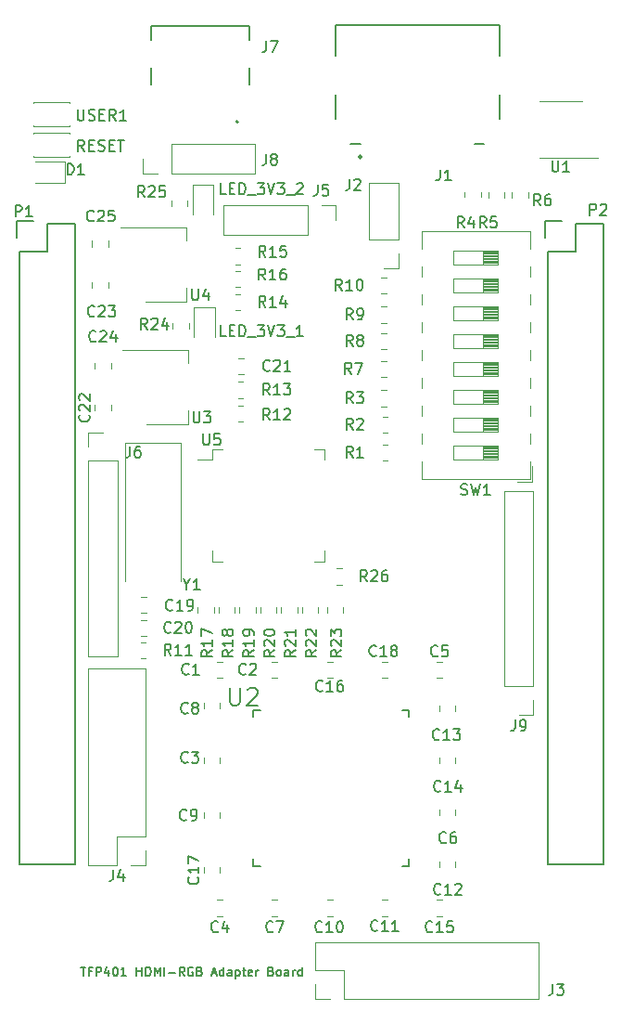
<source format=gbr>
%TF.GenerationSoftware,KiCad,Pcbnew,(5.1.10)-1*%
%TF.CreationDate,2021-10-29T17:34:37+08:00*%
%TF.ProjectId,project,70726f6a-6563-4742-9e6b-696361645f70,rev?*%
%TF.SameCoordinates,Original*%
%TF.FileFunction,Legend,Top*%
%TF.FilePolarity,Positive*%
%FSLAX46Y46*%
G04 Gerber Fmt 4.6, Leading zero omitted, Abs format (unit mm)*
G04 Created by KiCad (PCBNEW (5.1.10)-1) date 2021-10-29 17:34:37*
%MOMM*%
%LPD*%
G01*
G04 APERTURE LIST*
%ADD10C,0.175000*%
%ADD11C,0.152400*%
%ADD12C,0.120000*%
%ADD13C,0.150000*%
%ADD14C,0.127000*%
%ADD15C,0.200000*%
G04 APERTURE END LIST*
D10*
X120676671Y-128873304D02*
X121133814Y-128873304D01*
X120905242Y-129673304D02*
X120905242Y-128873304D01*
X121667147Y-129254257D02*
X121400480Y-129254257D01*
X121400480Y-129673304D02*
X121400480Y-128873304D01*
X121781433Y-128873304D01*
X122086195Y-129673304D02*
X122086195Y-128873304D01*
X122390957Y-128873304D01*
X122467147Y-128911400D01*
X122505242Y-128949495D01*
X122543338Y-129025685D01*
X122543338Y-129139971D01*
X122505242Y-129216161D01*
X122467147Y-129254257D01*
X122390957Y-129292352D01*
X122086195Y-129292352D01*
X123229052Y-129139971D02*
X123229052Y-129673304D01*
X123038576Y-128835209D02*
X122848100Y-129406638D01*
X123343338Y-129406638D01*
X123800480Y-128873304D02*
X123876671Y-128873304D01*
X123952861Y-128911400D01*
X123990957Y-128949495D01*
X124029052Y-129025685D01*
X124067147Y-129178066D01*
X124067147Y-129368542D01*
X124029052Y-129520923D01*
X123990957Y-129597114D01*
X123952861Y-129635209D01*
X123876671Y-129673304D01*
X123800480Y-129673304D01*
X123724290Y-129635209D01*
X123686195Y-129597114D01*
X123648100Y-129520923D01*
X123610004Y-129368542D01*
X123610004Y-129178066D01*
X123648100Y-129025685D01*
X123686195Y-128949495D01*
X123724290Y-128911400D01*
X123800480Y-128873304D01*
X124829052Y-129673304D02*
X124371909Y-129673304D01*
X124600480Y-129673304D02*
X124600480Y-128873304D01*
X124524290Y-128987590D01*
X124448100Y-129063780D01*
X124371909Y-129101876D01*
X125781433Y-129673304D02*
X125781433Y-128873304D01*
X125781433Y-129254257D02*
X126238576Y-129254257D01*
X126238576Y-129673304D02*
X126238576Y-128873304D01*
X126619528Y-129673304D02*
X126619528Y-128873304D01*
X126810004Y-128873304D01*
X126924290Y-128911400D01*
X127000480Y-128987590D01*
X127038576Y-129063780D01*
X127076671Y-129216161D01*
X127076671Y-129330447D01*
X127038576Y-129482828D01*
X127000480Y-129559019D01*
X126924290Y-129635209D01*
X126810004Y-129673304D01*
X126619528Y-129673304D01*
X127419528Y-129673304D02*
X127419528Y-128873304D01*
X127686195Y-129444733D01*
X127952861Y-128873304D01*
X127952861Y-129673304D01*
X128333814Y-129673304D02*
X128333814Y-128873304D01*
X128714766Y-129368542D02*
X129324290Y-129368542D01*
X130162385Y-129673304D02*
X129895719Y-129292352D01*
X129705242Y-129673304D02*
X129705242Y-128873304D01*
X130010004Y-128873304D01*
X130086195Y-128911400D01*
X130124290Y-128949495D01*
X130162385Y-129025685D01*
X130162385Y-129139971D01*
X130124290Y-129216161D01*
X130086195Y-129254257D01*
X130010004Y-129292352D01*
X129705242Y-129292352D01*
X130924290Y-128911400D02*
X130848100Y-128873304D01*
X130733814Y-128873304D01*
X130619528Y-128911400D01*
X130543338Y-128987590D01*
X130505242Y-129063780D01*
X130467147Y-129216161D01*
X130467147Y-129330447D01*
X130505242Y-129482828D01*
X130543338Y-129559019D01*
X130619528Y-129635209D01*
X130733814Y-129673304D01*
X130810004Y-129673304D01*
X130924290Y-129635209D01*
X130962385Y-129597114D01*
X130962385Y-129330447D01*
X130810004Y-129330447D01*
X131571909Y-129254257D02*
X131686195Y-129292352D01*
X131724290Y-129330447D01*
X131762385Y-129406638D01*
X131762385Y-129520923D01*
X131724290Y-129597114D01*
X131686195Y-129635209D01*
X131610004Y-129673304D01*
X131305242Y-129673304D01*
X131305242Y-128873304D01*
X131571909Y-128873304D01*
X131648100Y-128911400D01*
X131686195Y-128949495D01*
X131724290Y-129025685D01*
X131724290Y-129101876D01*
X131686195Y-129178066D01*
X131648100Y-129216161D01*
X131571909Y-129254257D01*
X131305242Y-129254257D01*
X132676671Y-129444733D02*
X133057623Y-129444733D01*
X132600480Y-129673304D02*
X132867147Y-128873304D01*
X133133814Y-129673304D01*
X133743338Y-129673304D02*
X133743338Y-128873304D01*
X133743338Y-129635209D02*
X133667147Y-129673304D01*
X133514766Y-129673304D01*
X133438576Y-129635209D01*
X133400480Y-129597114D01*
X133362385Y-129520923D01*
X133362385Y-129292352D01*
X133400480Y-129216161D01*
X133438576Y-129178066D01*
X133514766Y-129139971D01*
X133667147Y-129139971D01*
X133743338Y-129178066D01*
X134467147Y-129673304D02*
X134467147Y-129254257D01*
X134429052Y-129178066D01*
X134352861Y-129139971D01*
X134200480Y-129139971D01*
X134124290Y-129178066D01*
X134467147Y-129635209D02*
X134390957Y-129673304D01*
X134200480Y-129673304D01*
X134124290Y-129635209D01*
X134086195Y-129559019D01*
X134086195Y-129482828D01*
X134124290Y-129406638D01*
X134200480Y-129368542D01*
X134390957Y-129368542D01*
X134467147Y-129330447D01*
X134848100Y-129139971D02*
X134848100Y-129939971D01*
X134848100Y-129178066D02*
X134924290Y-129139971D01*
X135076671Y-129139971D01*
X135152861Y-129178066D01*
X135190957Y-129216161D01*
X135229052Y-129292352D01*
X135229052Y-129520923D01*
X135190957Y-129597114D01*
X135152861Y-129635209D01*
X135076671Y-129673304D01*
X134924290Y-129673304D01*
X134848100Y-129635209D01*
X135457623Y-129139971D02*
X135762385Y-129139971D01*
X135571909Y-128873304D02*
X135571909Y-129559019D01*
X135610004Y-129635209D01*
X135686195Y-129673304D01*
X135762385Y-129673304D01*
X136333814Y-129635209D02*
X136257623Y-129673304D01*
X136105242Y-129673304D01*
X136029052Y-129635209D01*
X135990957Y-129559019D01*
X135990957Y-129254257D01*
X136029052Y-129178066D01*
X136105242Y-129139971D01*
X136257623Y-129139971D01*
X136333814Y-129178066D01*
X136371909Y-129254257D01*
X136371909Y-129330447D01*
X135990957Y-129406638D01*
X136714766Y-129673304D02*
X136714766Y-129139971D01*
X136714766Y-129292352D02*
X136752861Y-129216161D01*
X136790957Y-129178066D01*
X136867147Y-129139971D01*
X136943338Y-129139971D01*
X138086195Y-129254257D02*
X138200480Y-129292352D01*
X138238576Y-129330447D01*
X138276671Y-129406638D01*
X138276671Y-129520923D01*
X138238576Y-129597114D01*
X138200480Y-129635209D01*
X138124290Y-129673304D01*
X137819528Y-129673304D01*
X137819528Y-128873304D01*
X138086195Y-128873304D01*
X138162385Y-128911400D01*
X138200480Y-128949495D01*
X138238576Y-129025685D01*
X138238576Y-129101876D01*
X138200480Y-129178066D01*
X138162385Y-129216161D01*
X138086195Y-129254257D01*
X137819528Y-129254257D01*
X138733814Y-129673304D02*
X138657623Y-129635209D01*
X138619528Y-129597114D01*
X138581433Y-129520923D01*
X138581433Y-129292352D01*
X138619528Y-129216161D01*
X138657623Y-129178066D01*
X138733814Y-129139971D01*
X138848100Y-129139971D01*
X138924290Y-129178066D01*
X138962385Y-129216161D01*
X139000480Y-129292352D01*
X139000480Y-129520923D01*
X138962385Y-129597114D01*
X138924290Y-129635209D01*
X138848100Y-129673304D01*
X138733814Y-129673304D01*
X139686195Y-129673304D02*
X139686195Y-129254257D01*
X139648100Y-129178066D01*
X139571909Y-129139971D01*
X139419528Y-129139971D01*
X139343338Y-129178066D01*
X139686195Y-129635209D02*
X139610004Y-129673304D01*
X139419528Y-129673304D01*
X139343338Y-129635209D01*
X139305242Y-129559019D01*
X139305242Y-129482828D01*
X139343338Y-129406638D01*
X139419528Y-129368542D01*
X139610004Y-129368542D01*
X139686195Y-129330447D01*
X140067147Y-129673304D02*
X140067147Y-129139971D01*
X140067147Y-129292352D02*
X140105242Y-129216161D01*
X140143338Y-129178066D01*
X140219528Y-129139971D01*
X140295719Y-129139971D01*
X140905242Y-129673304D02*
X140905242Y-128873304D01*
X140905242Y-129635209D02*
X140829052Y-129673304D01*
X140676671Y-129673304D01*
X140600480Y-129635209D01*
X140562385Y-129597114D01*
X140524290Y-129520923D01*
X140524290Y-129292352D01*
X140562385Y-129216161D01*
X140600480Y-129178066D01*
X140676671Y-129139971D01*
X140829052Y-129139971D01*
X140905242Y-129178066D01*
D11*
%TO.C,U2*%
X150660000Y-105435000D02*
X150025000Y-105435000D01*
X136436000Y-105435000D02*
X136436000Y-106070000D01*
X136436000Y-119659000D02*
X137071000Y-119659000D01*
X150660000Y-119659000D02*
X150660000Y-119024000D01*
X150660000Y-106070000D02*
X150660000Y-105435000D01*
X137071000Y-105435000D02*
X136436000Y-105435000D01*
X136436000Y-119024000D02*
X136436000Y-119659000D01*
X150025000Y-119659000D02*
X150660000Y-119659000D01*
D12*
%TO.C,R5*%
X159396000Y-58672464D02*
X159396000Y-58218336D01*
X157926000Y-58672464D02*
X157926000Y-58218336D01*
%TO.C,R24*%
X129097000Y-70156336D02*
X129097000Y-70610464D01*
X130567000Y-70156336D02*
X130567000Y-70610464D01*
%TO.C,C22*%
X123455000Y-78137652D02*
X123455000Y-77615148D01*
X121985000Y-78137652D02*
X121985000Y-77615148D01*
%TO.C,C24*%
X123455000Y-74327652D02*
X123455000Y-73805148D01*
X121985000Y-74327652D02*
X121985000Y-73805148D01*
%TO.C,U3*%
X124462000Y-72561400D02*
X130472000Y-72561400D01*
X126712000Y-79381400D02*
X130472000Y-79381400D01*
X130472000Y-72561400D02*
X130472000Y-73821400D01*
X130472000Y-79381400D02*
X130472000Y-78121400D01*
%TO.C,LED_3V3_1*%
X131031000Y-68698400D02*
X131031000Y-71383400D01*
X132951000Y-68698400D02*
X131031000Y-68698400D01*
X132951000Y-71383400D02*
X132951000Y-68698400D01*
D13*
%TO.C,P2*%
X163080000Y-60832400D02*
X163080000Y-62382400D01*
X165900000Y-63652400D02*
X163360000Y-63652400D01*
X165900000Y-61112400D02*
X165900000Y-63652400D01*
X164630000Y-60832400D02*
X163080000Y-60832400D01*
X168440000Y-61112400D02*
X165900000Y-61112400D01*
X168440000Y-119532400D02*
X163360000Y-119532400D01*
X163360000Y-119532400D02*
X163360000Y-63652400D01*
X168440000Y-119532400D02*
X168440000Y-61112400D01*
D12*
%TO.C,J3*%
X142091000Y-131784000D02*
X142091000Y-130454000D01*
X143421000Y-131784000D02*
X142091000Y-131784000D01*
X142091000Y-129184000D02*
X142091000Y-126584000D01*
X144691000Y-129184000D02*
X142091000Y-129184000D01*
X144691000Y-131784000D02*
X144691000Y-129184000D01*
X142091000Y-126584000D02*
X162531000Y-126584000D01*
X144691000Y-131784000D02*
X162531000Y-131784000D01*
X162531000Y-131784000D02*
X162531000Y-126584000D01*
%TO.C,R26*%
X144537064Y-92508400D02*
X144082936Y-92508400D01*
X144537064Y-93978400D02*
X144082936Y-93978400D01*
%TO.C,R2*%
X148728064Y-78665400D02*
X148273936Y-78665400D01*
X148728064Y-80135400D02*
X148273936Y-80135400D01*
%TO.C,R9*%
X148601064Y-68632400D02*
X148146936Y-68632400D01*
X148601064Y-70102400D02*
X148146936Y-70102400D01*
%TO.C,R19*%
X135193000Y-96064336D02*
X135193000Y-96518464D01*
X136663000Y-96064336D02*
X136663000Y-96518464D01*
%TO.C,R22*%
X140908000Y-96064336D02*
X140908000Y-96518464D01*
X142378000Y-96064336D02*
X142378000Y-96518464D01*
%TO.C,R20*%
X137098000Y-96064336D02*
X137098000Y-96518464D01*
X138568000Y-96064336D02*
X138568000Y-96518464D01*
%TO.C,RESET*%
X116401000Y-54893400D02*
X116401000Y-54993400D01*
X119641000Y-54893400D02*
X119641000Y-54993400D01*
X116401000Y-54993400D02*
X119641000Y-54993400D01*
X116401000Y-52753400D02*
X116401000Y-52853400D01*
X119641000Y-52753400D02*
X119641000Y-52853400D01*
X116401000Y-52753400D02*
X119641000Y-52753400D01*
%TO.C,U1*%
X164503000Y-55048400D02*
X167953000Y-55048400D01*
X164503000Y-55048400D02*
X162553000Y-55048400D01*
X164503000Y-49928400D02*
X166453000Y-49928400D01*
X164503000Y-49928400D02*
X162553000Y-49928400D01*
%TO.C,R14*%
X134811936Y-68959400D02*
X135266064Y-68959400D01*
X134811936Y-67489400D02*
X135266064Y-67489400D01*
%TO.C,R3*%
X148601064Y-76252400D02*
X148146936Y-76252400D01*
X148601064Y-77722400D02*
X148146936Y-77722400D01*
%TO.C,R1*%
X148728064Y-81205400D02*
X148273936Y-81205400D01*
X148728064Y-82675400D02*
X148273936Y-82675400D01*
%TO.C,R4*%
X157237000Y-58648964D02*
X157237000Y-58194836D01*
X155767000Y-58648964D02*
X155767000Y-58194836D01*
%TO.C,U5*%
X132723000Y-82606400D02*
X131383000Y-82606400D01*
X132723000Y-81656400D02*
X132723000Y-82606400D01*
X133673000Y-81656400D02*
X132723000Y-81656400D01*
X142943000Y-81656400D02*
X142943000Y-82606400D01*
X141993000Y-81656400D02*
X142943000Y-81656400D01*
X132723000Y-91876400D02*
X132723000Y-90926400D01*
X133673000Y-91876400D02*
X132723000Y-91876400D01*
X142943000Y-91876400D02*
X142943000Y-90926400D01*
X141993000Y-91876400D02*
X142943000Y-91876400D01*
%TO.C,R8*%
X148601064Y-71045400D02*
X148146936Y-71045400D01*
X148601064Y-72515400D02*
X148146936Y-72515400D01*
%TO.C,R11*%
X126175936Y-100709400D02*
X126630064Y-100709400D01*
X126175936Y-99239400D02*
X126630064Y-99239400D01*
%TO.C,R15*%
X134811936Y-64768400D02*
X135266064Y-64768400D01*
X134811936Y-63298400D02*
X135266064Y-63298400D01*
%TO.C,R21*%
X139003000Y-96064336D02*
X139003000Y-96518464D01*
X140473000Y-96064336D02*
X140473000Y-96518464D01*
%TO.C,R13*%
X135065936Y-76960400D02*
X135520064Y-76960400D01*
X135065936Y-75490400D02*
X135520064Y-75490400D01*
%TO.C,R6*%
X161555000Y-58695964D02*
X161555000Y-58241836D01*
X160085000Y-58695964D02*
X160085000Y-58241836D01*
%TO.C,R7*%
X148578064Y-73585400D02*
X148123936Y-73585400D01*
X148578064Y-75055400D02*
X148123936Y-75055400D01*
%TO.C,R16*%
X134811936Y-66863900D02*
X135266064Y-66863900D01*
X134811936Y-65393900D02*
X135266064Y-65393900D01*
%TO.C,R17*%
X131383000Y-96064336D02*
X131383000Y-96518464D01*
X132853000Y-96064336D02*
X132853000Y-96518464D01*
%TO.C,R18*%
X133288000Y-96064336D02*
X133288000Y-96518464D01*
X134758000Y-96064336D02*
X134758000Y-96518464D01*
%TO.C,R10*%
X148601064Y-65965400D02*
X148146936Y-65965400D01*
X148601064Y-67435400D02*
X148146936Y-67435400D01*
%TO.C,R12*%
X135065936Y-79119400D02*
X135520064Y-79119400D01*
X135065936Y-77649400D02*
X135520064Y-77649400D01*
%TO.C,R23*%
X143194000Y-96064336D02*
X143194000Y-96518464D01*
X144664000Y-96064336D02*
X144664000Y-96518464D01*
%TO.C,R25*%
X128970000Y-58980336D02*
X128970000Y-59434464D01*
X130440000Y-58980336D02*
X130440000Y-59434464D01*
%TO.C,SW1*%
X157432667Y-64795400D02*
X157432667Y-63525400D01*
X158786000Y-63595400D02*
X157432667Y-63595400D01*
X158786000Y-63715400D02*
X157432667Y-63715400D01*
X158786000Y-63835400D02*
X157432667Y-63835400D01*
X158786000Y-63955400D02*
X157432667Y-63955400D01*
X158786000Y-64075400D02*
X157432667Y-64075400D01*
X158786000Y-64195400D02*
X157432667Y-64195400D01*
X158786000Y-64315400D02*
X157432667Y-64315400D01*
X158786000Y-64435400D02*
X157432667Y-64435400D01*
X158786000Y-64555400D02*
X157432667Y-64555400D01*
X158786000Y-64675400D02*
X157432667Y-64675400D01*
X154726000Y-64795400D02*
X158786000Y-64795400D01*
X154726000Y-63525400D02*
X154726000Y-64795400D01*
X158786000Y-63525400D02*
X154726000Y-63525400D01*
X158786000Y-64795400D02*
X158786000Y-63525400D01*
X157432667Y-67335400D02*
X157432667Y-66065400D01*
X158786000Y-66135400D02*
X157432667Y-66135400D01*
X158786000Y-66255400D02*
X157432667Y-66255400D01*
X158786000Y-66375400D02*
X157432667Y-66375400D01*
X158786000Y-66495400D02*
X157432667Y-66495400D01*
X158786000Y-66615400D02*
X157432667Y-66615400D01*
X158786000Y-66735400D02*
X157432667Y-66735400D01*
X158786000Y-66855400D02*
X157432667Y-66855400D01*
X158786000Y-66975400D02*
X157432667Y-66975400D01*
X158786000Y-67095400D02*
X157432667Y-67095400D01*
X158786000Y-67215400D02*
X157432667Y-67215400D01*
X154726000Y-67335400D02*
X158786000Y-67335400D01*
X154726000Y-66065400D02*
X154726000Y-67335400D01*
X158786000Y-66065400D02*
X154726000Y-66065400D01*
X158786000Y-67335400D02*
X158786000Y-66065400D01*
X157432667Y-69875400D02*
X157432667Y-68605400D01*
X158786000Y-68675400D02*
X157432667Y-68675400D01*
X158786000Y-68795400D02*
X157432667Y-68795400D01*
X158786000Y-68915400D02*
X157432667Y-68915400D01*
X158786000Y-69035400D02*
X157432667Y-69035400D01*
X158786000Y-69155400D02*
X157432667Y-69155400D01*
X158786000Y-69275400D02*
X157432667Y-69275400D01*
X158786000Y-69395400D02*
X157432667Y-69395400D01*
X158786000Y-69515400D02*
X157432667Y-69515400D01*
X158786000Y-69635400D02*
X157432667Y-69635400D01*
X158786000Y-69755400D02*
X157432667Y-69755400D01*
X154726000Y-69875400D02*
X158786000Y-69875400D01*
X154726000Y-68605400D02*
X154726000Y-69875400D01*
X158786000Y-68605400D02*
X154726000Y-68605400D01*
X158786000Y-69875400D02*
X158786000Y-68605400D01*
X157432667Y-72415400D02*
X157432667Y-71145400D01*
X158786000Y-71215400D02*
X157432667Y-71215400D01*
X158786000Y-71335400D02*
X157432667Y-71335400D01*
X158786000Y-71455400D02*
X157432667Y-71455400D01*
X158786000Y-71575400D02*
X157432667Y-71575400D01*
X158786000Y-71695400D02*
X157432667Y-71695400D01*
X158786000Y-71815400D02*
X157432667Y-71815400D01*
X158786000Y-71935400D02*
X157432667Y-71935400D01*
X158786000Y-72055400D02*
X157432667Y-72055400D01*
X158786000Y-72175400D02*
X157432667Y-72175400D01*
X158786000Y-72295400D02*
X157432667Y-72295400D01*
X154726000Y-72415400D02*
X158786000Y-72415400D01*
X154726000Y-71145400D02*
X154726000Y-72415400D01*
X158786000Y-71145400D02*
X154726000Y-71145400D01*
X158786000Y-72415400D02*
X158786000Y-71145400D01*
X157432667Y-74955400D02*
X157432667Y-73685400D01*
X158786000Y-73755400D02*
X157432667Y-73755400D01*
X158786000Y-73875400D02*
X157432667Y-73875400D01*
X158786000Y-73995400D02*
X157432667Y-73995400D01*
X158786000Y-74115400D02*
X157432667Y-74115400D01*
X158786000Y-74235400D02*
X157432667Y-74235400D01*
X158786000Y-74355400D02*
X157432667Y-74355400D01*
X158786000Y-74475400D02*
X157432667Y-74475400D01*
X158786000Y-74595400D02*
X157432667Y-74595400D01*
X158786000Y-74715400D02*
X157432667Y-74715400D01*
X158786000Y-74835400D02*
X157432667Y-74835400D01*
X154726000Y-74955400D02*
X158786000Y-74955400D01*
X154726000Y-73685400D02*
X154726000Y-74955400D01*
X158786000Y-73685400D02*
X154726000Y-73685400D01*
X158786000Y-74955400D02*
X158786000Y-73685400D01*
X157432667Y-77495400D02*
X157432667Y-76225400D01*
X158786000Y-76295400D02*
X157432667Y-76295400D01*
X158786000Y-76415400D02*
X157432667Y-76415400D01*
X158786000Y-76535400D02*
X157432667Y-76535400D01*
X158786000Y-76655400D02*
X157432667Y-76655400D01*
X158786000Y-76775400D02*
X157432667Y-76775400D01*
X158786000Y-76895400D02*
X157432667Y-76895400D01*
X158786000Y-77015400D02*
X157432667Y-77015400D01*
X158786000Y-77135400D02*
X157432667Y-77135400D01*
X158786000Y-77255400D02*
X157432667Y-77255400D01*
X158786000Y-77375400D02*
X157432667Y-77375400D01*
X154726000Y-77495400D02*
X158786000Y-77495400D01*
X154726000Y-76225400D02*
X154726000Y-77495400D01*
X158786000Y-76225400D02*
X154726000Y-76225400D01*
X158786000Y-77495400D02*
X158786000Y-76225400D01*
X157432667Y-80035400D02*
X157432667Y-78765400D01*
X158786000Y-78835400D02*
X157432667Y-78835400D01*
X158786000Y-78955400D02*
X157432667Y-78955400D01*
X158786000Y-79075400D02*
X157432667Y-79075400D01*
X158786000Y-79195400D02*
X157432667Y-79195400D01*
X158786000Y-79315400D02*
X157432667Y-79315400D01*
X158786000Y-79435400D02*
X157432667Y-79435400D01*
X158786000Y-79555400D02*
X157432667Y-79555400D01*
X158786000Y-79675400D02*
X157432667Y-79675400D01*
X158786000Y-79795400D02*
X157432667Y-79795400D01*
X158786000Y-79915400D02*
X157432667Y-79915400D01*
X154726000Y-80035400D02*
X158786000Y-80035400D01*
X154726000Y-78765400D02*
X154726000Y-80035400D01*
X158786000Y-78765400D02*
X154726000Y-78765400D01*
X158786000Y-80035400D02*
X158786000Y-78765400D01*
X157432667Y-82575400D02*
X157432667Y-81305400D01*
X158786000Y-81375400D02*
X157432667Y-81375400D01*
X158786000Y-81495400D02*
X157432667Y-81495400D01*
X158786000Y-81615400D02*
X157432667Y-81615400D01*
X158786000Y-81735400D02*
X157432667Y-81735400D01*
X158786000Y-81855400D02*
X157432667Y-81855400D01*
X158786000Y-81975400D02*
X157432667Y-81975400D01*
X158786000Y-82095400D02*
X157432667Y-82095400D01*
X158786000Y-82215400D02*
X157432667Y-82215400D01*
X158786000Y-82335400D02*
X157432667Y-82335400D01*
X158786000Y-82455400D02*
X157432667Y-82455400D01*
X154726000Y-82575400D02*
X158786000Y-82575400D01*
X154726000Y-81305400D02*
X154726000Y-82575400D01*
X158786000Y-81305400D02*
X154726000Y-81305400D01*
X158786000Y-82575400D02*
X158786000Y-81305400D01*
X161946000Y-84600400D02*
X161946000Y-83217400D01*
X161946000Y-84600400D02*
X160562000Y-84600400D01*
X151806000Y-81139400D02*
X151806000Y-80199400D01*
X151806000Y-84360400D02*
X151806000Y-82740400D01*
X151806000Y-78599400D02*
X151806000Y-77659400D01*
X151806000Y-76059400D02*
X151806000Y-75119400D01*
X151806000Y-73519400D02*
X151806000Y-72579400D01*
X151806000Y-70979400D02*
X151806000Y-70039400D01*
X151806000Y-68439400D02*
X151806000Y-67499400D01*
X151806000Y-65899400D02*
X151806000Y-64960400D01*
X151806000Y-63360400D02*
X151806000Y-61739400D01*
X161706000Y-63360400D02*
X161706000Y-61739400D01*
X161706000Y-65900400D02*
X161706000Y-64960400D01*
X161706000Y-68440400D02*
X161706000Y-67500400D01*
X161706000Y-70980400D02*
X161706000Y-70040400D01*
X161706000Y-73520400D02*
X161706000Y-72580400D01*
X161706000Y-76060400D02*
X161706000Y-75120400D01*
X161706000Y-78600400D02*
X161706000Y-77660400D01*
X161706000Y-81140400D02*
X161706000Y-80200400D01*
X161706000Y-84360400D02*
X161706000Y-82740400D01*
X161706000Y-61739400D02*
X151806000Y-61739400D01*
X161706000Y-84360400D02*
X151806000Y-84360400D01*
%TO.C,USER1*%
X116401000Y-52099400D02*
X116401000Y-52199400D01*
X119641000Y-52099400D02*
X119641000Y-52199400D01*
X116401000Y-52199400D02*
X119641000Y-52199400D01*
X116401000Y-49959400D02*
X116401000Y-50059400D01*
X119641000Y-49959400D02*
X119641000Y-50059400D01*
X116401000Y-49959400D02*
X119641000Y-49959400D01*
%TO.C,Y1*%
X124742000Y-81082400D02*
X124742000Y-93682400D01*
X129842000Y-81082400D02*
X124742000Y-81082400D01*
X129842000Y-93682400D02*
X129842000Y-81082400D01*
%TO.C,C5*%
X153192748Y-102487000D02*
X153715252Y-102487000D01*
X153192748Y-101017000D02*
X153715252Y-101017000D01*
%TO.C,C13*%
X154909000Y-105569252D02*
X154909000Y-105046748D01*
X153439000Y-105569252D02*
X153439000Y-105046748D01*
%TO.C,D1*%
X119236000Y-55453400D02*
X116551000Y-55453400D01*
X119236000Y-57373400D02*
X119236000Y-55453400D01*
X116551000Y-57373400D02*
X119236000Y-57373400D01*
%TO.C,C11*%
X148699252Y-122734000D02*
X148176748Y-122734000D01*
X148699252Y-124204000D02*
X148176748Y-124204000D01*
%TO.C,J6*%
X121390000Y-80102400D02*
X122720000Y-80102400D01*
X121390000Y-81432400D02*
X121390000Y-80102400D01*
X121390000Y-82702400D02*
X124050000Y-82702400D01*
X124050000Y-82702400D02*
X124050000Y-100542400D01*
X121390000Y-82702400D02*
X121390000Y-100542400D01*
X121390000Y-100542400D02*
X124050000Y-100542400D01*
%TO.C,C25*%
X123201000Y-63164352D02*
X123201000Y-62641848D01*
X121731000Y-63164352D02*
X121731000Y-62641848D01*
%TO.C,J8*%
X126343000Y-56473400D02*
X126343000Y-55143400D01*
X127673000Y-56473400D02*
X126343000Y-56473400D01*
X128943000Y-56473400D02*
X128943000Y-53813400D01*
X128943000Y-53813400D02*
X136623000Y-53813400D01*
X128943000Y-56473400D02*
X136623000Y-56473400D01*
X136623000Y-56473400D02*
X136623000Y-53813400D01*
%TO.C,C14*%
X154909000Y-110311252D02*
X154909000Y-109788748D01*
X153439000Y-110311252D02*
X153439000Y-109788748D01*
%TO.C,C6*%
X153439000Y-114529748D02*
X153439000Y-115052252D01*
X154909000Y-114529748D02*
X154909000Y-115052252D01*
%TO.C,C17*%
X133403000Y-120301252D02*
X133403000Y-119778748D01*
X131933000Y-120301252D02*
X131933000Y-119778748D01*
%TO.C,C4*%
X133126748Y-124204000D02*
X133649252Y-124204000D01*
X133126748Y-122734000D02*
X133649252Y-122734000D01*
%TO.C,C9*%
X131933000Y-114783748D02*
X131933000Y-115306252D01*
X133403000Y-114783748D02*
X133403000Y-115306252D01*
%TO.C,C2*%
X138666252Y-101017000D02*
X138143748Y-101017000D01*
X138666252Y-102487000D02*
X138143748Y-102487000D01*
%TO.C,C18*%
X148176748Y-102487000D02*
X148699252Y-102487000D01*
X148176748Y-101017000D02*
X148699252Y-101017000D01*
%TO.C,C23*%
X123201000Y-66961652D02*
X123201000Y-66439148D01*
X121731000Y-66961652D02*
X121731000Y-66439148D01*
%TO.C,J9*%
X162023000Y-105876000D02*
X160693000Y-105876000D01*
X162023000Y-104546000D02*
X162023000Y-105876000D01*
X162023000Y-103276000D02*
X159363000Y-103276000D01*
X159363000Y-103276000D02*
X159363000Y-85436000D01*
X162023000Y-103276000D02*
X162023000Y-85436000D01*
X162023000Y-85436000D02*
X159363000Y-85436000D01*
%TO.C,C7*%
X138143748Y-124204000D02*
X138666252Y-124204000D01*
X138143748Y-122734000D02*
X138666252Y-122734000D01*
%TO.C,C10*%
X143159748Y-124204000D02*
X143682252Y-124204000D01*
X143159748Y-122734000D02*
X143682252Y-122734000D01*
%TO.C,C19*%
X126672252Y-95115000D02*
X126149748Y-95115000D01*
X126672252Y-96585000D02*
X126149748Y-96585000D01*
%TO.C,C12*%
X154909000Y-119793252D02*
X154909000Y-119270748D01*
X153439000Y-119793252D02*
X153439000Y-119270748D01*
%TO.C,C3*%
X131933000Y-109788748D02*
X131933000Y-110311252D01*
X133403000Y-109788748D02*
X133403000Y-110311252D01*
%TO.C,C20*%
X126141748Y-98677400D02*
X126664252Y-98677400D01*
X126141748Y-97207400D02*
X126664252Y-97207400D01*
%TO.C,C21*%
X135554252Y-73331400D02*
X135031748Y-73331400D01*
X135554252Y-74801400D02*
X135031748Y-74801400D01*
%TO.C,C8*%
X133403000Y-105315252D02*
X133403000Y-104792748D01*
X131933000Y-105315252D02*
X131933000Y-104792748D01*
%TO.C,LED_3V3_2*%
X130904000Y-57522400D02*
X130904000Y-60207400D01*
X132824000Y-57522400D02*
X130904000Y-57522400D01*
X132824000Y-60207400D02*
X132824000Y-57522400D01*
%TO.C,C1*%
X133126748Y-102487000D02*
X133649252Y-102487000D01*
X133126748Y-101017000D02*
X133649252Y-101017000D01*
%TO.C,C15*%
X153192748Y-124204000D02*
X153715252Y-124204000D01*
X153192748Y-122734000D02*
X153715252Y-122734000D01*
%TO.C,C16*%
X143159748Y-102487000D02*
X143682252Y-102487000D01*
X143159748Y-101017000D02*
X143682252Y-101017000D01*
%TO.C,J2*%
X149704000Y-65109400D02*
X148374000Y-65109400D01*
X149704000Y-63779400D02*
X149704000Y-65109400D01*
X149704000Y-62509400D02*
X147044000Y-62509400D01*
X147044000Y-62509400D02*
X147044000Y-57369400D01*
X149704000Y-62509400D02*
X149704000Y-57369400D01*
X149704000Y-57369400D02*
X147044000Y-57369400D01*
%TO.C,J4*%
X126590000Y-119562000D02*
X125260000Y-119562000D01*
X126590000Y-118232000D02*
X126590000Y-119562000D01*
X123990000Y-119562000D02*
X121390000Y-119562000D01*
X123990000Y-116962000D02*
X123990000Y-119562000D01*
X126590000Y-116962000D02*
X123990000Y-116962000D01*
X121390000Y-119562000D02*
X121390000Y-101662000D01*
X126590000Y-116962000D02*
X126590000Y-101662000D01*
X126590000Y-101662000D02*
X121390000Y-101662000D01*
%TO.C,J5*%
X143989000Y-59401400D02*
X143989000Y-60731400D01*
X142659000Y-59401400D02*
X143989000Y-59401400D01*
X141389000Y-59401400D02*
X141389000Y-62061400D01*
X141389000Y-62061400D02*
X133709000Y-62061400D01*
X141389000Y-59401400D02*
X133709000Y-59401400D01*
X133709000Y-59401400D02*
X133709000Y-62061400D01*
%TO.C,U4*%
X124335000Y-61385400D02*
X130345000Y-61385400D01*
X126585000Y-68205400D02*
X130345000Y-68205400D01*
X130345000Y-61385400D02*
X130345000Y-62645400D01*
X130345000Y-68205400D02*
X130345000Y-66945400D01*
D14*
%TO.C,J7*%
X136080000Y-48394400D02*
X136080000Y-46894400D01*
X127140000Y-48394400D02*
X127140000Y-46894400D01*
X136080000Y-44294400D02*
X136080000Y-43024400D01*
X136080000Y-43024400D02*
X127140000Y-43024400D01*
X127140000Y-43024400D02*
X127140000Y-44294400D01*
D15*
X135060000Y-51794400D02*
G75*
G03*
X135060000Y-51794400I-100000J0D01*
G01*
D14*
%TO.C,J1*%
X158922000Y-42991400D02*
X143922000Y-42991400D01*
X143922000Y-42991400D02*
X143922000Y-45751400D01*
X158922000Y-42991400D02*
X158922000Y-45751400D01*
X158922000Y-51551400D02*
X158922000Y-49351400D01*
X143922000Y-49351400D02*
X143922000Y-51551400D01*
X157522000Y-53801400D02*
X156622000Y-53801400D01*
X146222000Y-53801400D02*
X145322000Y-53801400D01*
D15*
X146380112Y-55001400D02*
G75*
G03*
X146380112Y-55001400I-158112J0D01*
G01*
D13*
%TO.C,P1*%
X114820000Y-60832400D02*
X114820000Y-62382400D01*
X117640000Y-63652400D02*
X115100000Y-63652400D01*
X117640000Y-61112400D02*
X117640000Y-63652400D01*
X116370000Y-60832400D02*
X114820000Y-60832400D01*
X120180000Y-61112400D02*
X117640000Y-61112400D01*
X120180000Y-119532400D02*
X115100000Y-119532400D01*
X115100000Y-119532400D02*
X115100000Y-63652400D01*
X120180000Y-119532400D02*
X120180000Y-61112400D01*
%TO.C,U2*%
X134293702Y-103391192D02*
X134293702Y-104722821D01*
X134372033Y-104879483D01*
X134450364Y-104957814D01*
X134607026Y-105036145D01*
X134920351Y-105036145D01*
X135077013Y-104957814D01*
X135155344Y-104879483D01*
X135233675Y-104722821D01*
X135233675Y-103391192D01*
X135938655Y-103547854D02*
X136016986Y-103469523D01*
X136173648Y-103391192D01*
X136565304Y-103391192D01*
X136721966Y-103469523D01*
X136800297Y-103547854D01*
X136878628Y-103704516D01*
X136878628Y-103861178D01*
X136800297Y-104096172D01*
X135860324Y-105036145D01*
X136878628Y-105036145D01*
%TO.C,R5*%
X157732333Y-61437780D02*
X157399000Y-60961590D01*
X157160904Y-61437780D02*
X157160904Y-60437780D01*
X157541857Y-60437780D01*
X157637095Y-60485400D01*
X157684714Y-60533019D01*
X157732333Y-60628257D01*
X157732333Y-60771114D01*
X157684714Y-60866352D01*
X157637095Y-60913971D01*
X157541857Y-60961590D01*
X157160904Y-60961590D01*
X158637095Y-60437780D02*
X158160904Y-60437780D01*
X158113285Y-60913971D01*
X158160904Y-60866352D01*
X158256142Y-60818733D01*
X158494238Y-60818733D01*
X158589476Y-60866352D01*
X158637095Y-60913971D01*
X158684714Y-61009209D01*
X158684714Y-61247304D01*
X158637095Y-61342542D01*
X158589476Y-61390161D01*
X158494238Y-61437780D01*
X158256142Y-61437780D01*
X158160904Y-61390161D01*
X158113285Y-61342542D01*
%TO.C,R24*%
X126776142Y-70708780D02*
X126442809Y-70232590D01*
X126204714Y-70708780D02*
X126204714Y-69708780D01*
X126585666Y-69708780D01*
X126680904Y-69756400D01*
X126728523Y-69804019D01*
X126776142Y-69899257D01*
X126776142Y-70042114D01*
X126728523Y-70137352D01*
X126680904Y-70184971D01*
X126585666Y-70232590D01*
X126204714Y-70232590D01*
X127157095Y-69804019D02*
X127204714Y-69756400D01*
X127299952Y-69708780D01*
X127538047Y-69708780D01*
X127633285Y-69756400D01*
X127680904Y-69804019D01*
X127728523Y-69899257D01*
X127728523Y-69994495D01*
X127680904Y-70137352D01*
X127109476Y-70708780D01*
X127728523Y-70708780D01*
X128585666Y-70042114D02*
X128585666Y-70708780D01*
X128347571Y-69661161D02*
X128109476Y-70375447D01*
X128728523Y-70375447D01*
%TO.C,C22*%
X121426142Y-78519257D02*
X121473761Y-78566876D01*
X121521380Y-78709733D01*
X121521380Y-78804971D01*
X121473761Y-78947828D01*
X121378523Y-79043066D01*
X121283285Y-79090685D01*
X121092809Y-79138304D01*
X120949952Y-79138304D01*
X120759476Y-79090685D01*
X120664238Y-79043066D01*
X120569000Y-78947828D01*
X120521380Y-78804971D01*
X120521380Y-78709733D01*
X120569000Y-78566876D01*
X120616619Y-78519257D01*
X120616619Y-78138304D02*
X120569000Y-78090685D01*
X120521380Y-77995447D01*
X120521380Y-77757352D01*
X120569000Y-77662114D01*
X120616619Y-77614495D01*
X120711857Y-77566876D01*
X120807095Y-77566876D01*
X120949952Y-77614495D01*
X121521380Y-78185923D01*
X121521380Y-77566876D01*
X120616619Y-77185923D02*
X120569000Y-77138304D01*
X120521380Y-77043066D01*
X120521380Y-76804971D01*
X120569000Y-76709733D01*
X120616619Y-76662114D01*
X120711857Y-76614495D01*
X120807095Y-76614495D01*
X120949952Y-76662114D01*
X121521380Y-77233542D01*
X121521380Y-76614495D01*
%TO.C,C24*%
X122077142Y-71756542D02*
X122029523Y-71804161D01*
X121886666Y-71851780D01*
X121791428Y-71851780D01*
X121648571Y-71804161D01*
X121553333Y-71708923D01*
X121505714Y-71613685D01*
X121458095Y-71423209D01*
X121458095Y-71280352D01*
X121505714Y-71089876D01*
X121553333Y-70994638D01*
X121648571Y-70899400D01*
X121791428Y-70851780D01*
X121886666Y-70851780D01*
X122029523Y-70899400D01*
X122077142Y-70947019D01*
X122458095Y-70947019D02*
X122505714Y-70899400D01*
X122600952Y-70851780D01*
X122839047Y-70851780D01*
X122934285Y-70899400D01*
X122981904Y-70947019D01*
X123029523Y-71042257D01*
X123029523Y-71137495D01*
X122981904Y-71280352D01*
X122410476Y-71851780D01*
X123029523Y-71851780D01*
X123886666Y-71185114D02*
X123886666Y-71851780D01*
X123648571Y-70804161D02*
X123410476Y-71518447D01*
X124029523Y-71518447D01*
%TO.C,U3*%
X130975095Y-78217780D02*
X130975095Y-79027304D01*
X131022714Y-79122542D01*
X131070333Y-79170161D01*
X131165571Y-79217780D01*
X131356047Y-79217780D01*
X131451285Y-79170161D01*
X131498904Y-79122542D01*
X131546523Y-79027304D01*
X131546523Y-78217780D01*
X131927476Y-78217780D02*
X132546523Y-78217780D01*
X132213190Y-78598733D01*
X132356047Y-78598733D01*
X132451285Y-78646352D01*
X132498904Y-78693971D01*
X132546523Y-78789209D01*
X132546523Y-79027304D01*
X132498904Y-79122542D01*
X132451285Y-79170161D01*
X132356047Y-79217780D01*
X132070333Y-79217780D01*
X131975095Y-79170161D01*
X131927476Y-79122542D01*
%TO.C,LED_3V3_1*%
X133936195Y-71343780D02*
X133460004Y-71343780D01*
X133460004Y-70343780D01*
X134269528Y-70819971D02*
X134602861Y-70819971D01*
X134745719Y-71343780D02*
X134269528Y-71343780D01*
X134269528Y-70343780D01*
X134745719Y-70343780D01*
X135174290Y-71343780D02*
X135174290Y-70343780D01*
X135412385Y-70343780D01*
X135555242Y-70391400D01*
X135650480Y-70486638D01*
X135698100Y-70581876D01*
X135745719Y-70772352D01*
X135745719Y-70915209D01*
X135698100Y-71105685D01*
X135650480Y-71200923D01*
X135555242Y-71296161D01*
X135412385Y-71343780D01*
X135174290Y-71343780D01*
X135936195Y-71439019D02*
X136698100Y-71439019D01*
X136840957Y-70343780D02*
X137460004Y-70343780D01*
X137126671Y-70724733D01*
X137269528Y-70724733D01*
X137364766Y-70772352D01*
X137412385Y-70819971D01*
X137460004Y-70915209D01*
X137460004Y-71153304D01*
X137412385Y-71248542D01*
X137364766Y-71296161D01*
X137269528Y-71343780D01*
X136983814Y-71343780D01*
X136888576Y-71296161D01*
X136840957Y-71248542D01*
X137745719Y-70343780D02*
X138079052Y-71343780D01*
X138412385Y-70343780D01*
X138650480Y-70343780D02*
X139269528Y-70343780D01*
X138936195Y-70724733D01*
X139079052Y-70724733D01*
X139174290Y-70772352D01*
X139221909Y-70819971D01*
X139269528Y-70915209D01*
X139269528Y-71153304D01*
X139221909Y-71248542D01*
X139174290Y-71296161D01*
X139079052Y-71343780D01*
X138793338Y-71343780D01*
X138698100Y-71296161D01*
X138650480Y-71248542D01*
X139460004Y-71439019D02*
X140221909Y-71439019D01*
X140983814Y-71343780D02*
X140412385Y-71343780D01*
X140698100Y-71343780D02*
X140698100Y-70343780D01*
X140602861Y-70486638D01*
X140507623Y-70581876D01*
X140412385Y-70629495D01*
%TO.C,P2*%
X167193904Y-60294780D02*
X167193904Y-59294780D01*
X167574857Y-59294780D01*
X167670095Y-59342400D01*
X167717714Y-59390019D01*
X167765333Y-59485257D01*
X167765333Y-59628114D01*
X167717714Y-59723352D01*
X167670095Y-59770971D01*
X167574857Y-59818590D01*
X167193904Y-59818590D01*
X168146285Y-59390019D02*
X168193904Y-59342400D01*
X168289142Y-59294780D01*
X168527238Y-59294780D01*
X168622476Y-59342400D01*
X168670095Y-59390019D01*
X168717714Y-59485257D01*
X168717714Y-59580495D01*
X168670095Y-59723352D01*
X168098666Y-60294780D01*
X168717714Y-60294780D01*
%TO.C,J3*%
X163788766Y-130414780D02*
X163788766Y-131129066D01*
X163741147Y-131271923D01*
X163645909Y-131367161D01*
X163503052Y-131414780D01*
X163407814Y-131414780D01*
X164169719Y-130414780D02*
X164788766Y-130414780D01*
X164455433Y-130795733D01*
X164598290Y-130795733D01*
X164693528Y-130843352D01*
X164741147Y-130890971D01*
X164788766Y-130986209D01*
X164788766Y-131224304D01*
X164741147Y-131319542D01*
X164693528Y-131367161D01*
X164598290Y-131414780D01*
X164312576Y-131414780D01*
X164217338Y-131367161D01*
X164169719Y-131319542D01*
%TO.C,R26*%
X146842142Y-93695780D02*
X146508809Y-93219590D01*
X146270714Y-93695780D02*
X146270714Y-92695780D01*
X146651666Y-92695780D01*
X146746904Y-92743400D01*
X146794523Y-92791019D01*
X146842142Y-92886257D01*
X146842142Y-93029114D01*
X146794523Y-93124352D01*
X146746904Y-93171971D01*
X146651666Y-93219590D01*
X146270714Y-93219590D01*
X147223095Y-92791019D02*
X147270714Y-92743400D01*
X147365952Y-92695780D01*
X147604047Y-92695780D01*
X147699285Y-92743400D01*
X147746904Y-92791019D01*
X147794523Y-92886257D01*
X147794523Y-92981495D01*
X147746904Y-93124352D01*
X147175476Y-93695780D01*
X147794523Y-93695780D01*
X148651666Y-92695780D02*
X148461190Y-92695780D01*
X148365952Y-92743400D01*
X148318333Y-92791019D01*
X148223095Y-92933876D01*
X148175476Y-93124352D01*
X148175476Y-93505304D01*
X148223095Y-93600542D01*
X148270714Y-93648161D01*
X148365952Y-93695780D01*
X148556428Y-93695780D01*
X148651666Y-93648161D01*
X148699285Y-93600542D01*
X148746904Y-93505304D01*
X148746904Y-93267209D01*
X148699285Y-93171971D01*
X148651666Y-93124352D01*
X148556428Y-93076733D01*
X148365952Y-93076733D01*
X148270714Y-93124352D01*
X148223095Y-93171971D01*
X148175476Y-93267209D01*
%TO.C,R2*%
X145540333Y-79852780D02*
X145207000Y-79376590D01*
X144968904Y-79852780D02*
X144968904Y-78852780D01*
X145349857Y-78852780D01*
X145445095Y-78900400D01*
X145492714Y-78948019D01*
X145540333Y-79043257D01*
X145540333Y-79186114D01*
X145492714Y-79281352D01*
X145445095Y-79328971D01*
X145349857Y-79376590D01*
X144968904Y-79376590D01*
X145921285Y-78948019D02*
X145968904Y-78900400D01*
X146064142Y-78852780D01*
X146302238Y-78852780D01*
X146397476Y-78900400D01*
X146445095Y-78948019D01*
X146492714Y-79043257D01*
X146492714Y-79138495D01*
X146445095Y-79281352D01*
X145873666Y-79852780D01*
X146492714Y-79852780D01*
%TO.C,R9*%
X145540333Y-69819780D02*
X145207000Y-69343590D01*
X144968904Y-69819780D02*
X144968904Y-68819780D01*
X145349857Y-68819780D01*
X145445095Y-68867400D01*
X145492714Y-68915019D01*
X145540333Y-69010257D01*
X145540333Y-69153114D01*
X145492714Y-69248352D01*
X145445095Y-69295971D01*
X145349857Y-69343590D01*
X144968904Y-69343590D01*
X146016523Y-69819780D02*
X146207000Y-69819780D01*
X146302238Y-69772161D01*
X146349857Y-69724542D01*
X146445095Y-69581685D01*
X146492714Y-69391209D01*
X146492714Y-69010257D01*
X146445095Y-68915019D01*
X146397476Y-68867400D01*
X146302238Y-68819780D01*
X146111761Y-68819780D01*
X146016523Y-68867400D01*
X145968904Y-68915019D01*
X145921285Y-69010257D01*
X145921285Y-69248352D01*
X145968904Y-69343590D01*
X146016523Y-69391209D01*
X146111761Y-69438828D01*
X146302238Y-69438828D01*
X146397476Y-69391209D01*
X146445095Y-69343590D01*
X146492714Y-69248352D01*
%TO.C,R19*%
X136507380Y-99982257D02*
X136031190Y-100315590D01*
X136507380Y-100553685D02*
X135507380Y-100553685D01*
X135507380Y-100172733D01*
X135555000Y-100077495D01*
X135602619Y-100029876D01*
X135697857Y-99982257D01*
X135840714Y-99982257D01*
X135935952Y-100029876D01*
X135983571Y-100077495D01*
X136031190Y-100172733D01*
X136031190Y-100553685D01*
X136507380Y-99029876D02*
X136507380Y-99601304D01*
X136507380Y-99315590D02*
X135507380Y-99315590D01*
X135650238Y-99410828D01*
X135745476Y-99506066D01*
X135793095Y-99601304D01*
X136507380Y-98553685D02*
X136507380Y-98363209D01*
X136459761Y-98267971D01*
X136412142Y-98220352D01*
X136269285Y-98125114D01*
X136078809Y-98077495D01*
X135697857Y-98077495D01*
X135602619Y-98125114D01*
X135555000Y-98172733D01*
X135507380Y-98267971D01*
X135507380Y-98458447D01*
X135555000Y-98553685D01*
X135602619Y-98601304D01*
X135697857Y-98648923D01*
X135935952Y-98648923D01*
X136031190Y-98601304D01*
X136078809Y-98553685D01*
X136126428Y-98458447D01*
X136126428Y-98267971D01*
X136078809Y-98172733D01*
X136031190Y-98125114D01*
X135935952Y-98077495D01*
%TO.C,R22*%
X142222380Y-99982257D02*
X141746190Y-100315590D01*
X142222380Y-100553685D02*
X141222380Y-100553685D01*
X141222380Y-100172733D01*
X141270000Y-100077495D01*
X141317619Y-100029876D01*
X141412857Y-99982257D01*
X141555714Y-99982257D01*
X141650952Y-100029876D01*
X141698571Y-100077495D01*
X141746190Y-100172733D01*
X141746190Y-100553685D01*
X141317619Y-99601304D02*
X141270000Y-99553685D01*
X141222380Y-99458447D01*
X141222380Y-99220352D01*
X141270000Y-99125114D01*
X141317619Y-99077495D01*
X141412857Y-99029876D01*
X141508095Y-99029876D01*
X141650952Y-99077495D01*
X142222380Y-99648923D01*
X142222380Y-99029876D01*
X141317619Y-98648923D02*
X141270000Y-98601304D01*
X141222380Y-98506066D01*
X141222380Y-98267971D01*
X141270000Y-98172733D01*
X141317619Y-98125114D01*
X141412857Y-98077495D01*
X141508095Y-98077495D01*
X141650952Y-98125114D01*
X142222380Y-98696542D01*
X142222380Y-98077495D01*
%TO.C,R20*%
X138412380Y-99982257D02*
X137936190Y-100315590D01*
X138412380Y-100553685D02*
X137412380Y-100553685D01*
X137412380Y-100172733D01*
X137460000Y-100077495D01*
X137507619Y-100029876D01*
X137602857Y-99982257D01*
X137745714Y-99982257D01*
X137840952Y-100029876D01*
X137888571Y-100077495D01*
X137936190Y-100172733D01*
X137936190Y-100553685D01*
X137507619Y-99601304D02*
X137460000Y-99553685D01*
X137412380Y-99458447D01*
X137412380Y-99220352D01*
X137460000Y-99125114D01*
X137507619Y-99077495D01*
X137602857Y-99029876D01*
X137698095Y-99029876D01*
X137840952Y-99077495D01*
X138412380Y-99648923D01*
X138412380Y-99029876D01*
X137412380Y-98410828D02*
X137412380Y-98315590D01*
X137460000Y-98220352D01*
X137507619Y-98172733D01*
X137602857Y-98125114D01*
X137793333Y-98077495D01*
X138031428Y-98077495D01*
X138221904Y-98125114D01*
X138317142Y-98172733D01*
X138364761Y-98220352D01*
X138412380Y-98315590D01*
X138412380Y-98410828D01*
X138364761Y-98506066D01*
X138317142Y-98553685D01*
X138221904Y-98601304D01*
X138031428Y-98648923D01*
X137793333Y-98648923D01*
X137602857Y-98601304D01*
X137507619Y-98553685D01*
X137460000Y-98506066D01*
X137412380Y-98410828D01*
%TO.C,RESET*%
X121013719Y-54452780D02*
X120680385Y-53976590D01*
X120442290Y-54452780D02*
X120442290Y-53452780D01*
X120823242Y-53452780D01*
X120918480Y-53500400D01*
X120966100Y-53548019D01*
X121013719Y-53643257D01*
X121013719Y-53786114D01*
X120966100Y-53881352D01*
X120918480Y-53928971D01*
X120823242Y-53976590D01*
X120442290Y-53976590D01*
X121442290Y-53928971D02*
X121775623Y-53928971D01*
X121918480Y-54452780D02*
X121442290Y-54452780D01*
X121442290Y-53452780D01*
X121918480Y-53452780D01*
X122299433Y-54405161D02*
X122442290Y-54452780D01*
X122680385Y-54452780D01*
X122775623Y-54405161D01*
X122823242Y-54357542D01*
X122870861Y-54262304D01*
X122870861Y-54167066D01*
X122823242Y-54071828D01*
X122775623Y-54024209D01*
X122680385Y-53976590D01*
X122489909Y-53928971D01*
X122394671Y-53881352D01*
X122347052Y-53833733D01*
X122299433Y-53738495D01*
X122299433Y-53643257D01*
X122347052Y-53548019D01*
X122394671Y-53500400D01*
X122489909Y-53452780D01*
X122728004Y-53452780D01*
X122870861Y-53500400D01*
X123299433Y-53928971D02*
X123632766Y-53928971D01*
X123775623Y-54452780D02*
X123299433Y-54452780D01*
X123299433Y-53452780D01*
X123775623Y-53452780D01*
X124061338Y-53452780D02*
X124632766Y-53452780D01*
X124347052Y-54452780D02*
X124347052Y-53452780D01*
%TO.C,U1*%
X163741095Y-55340780D02*
X163741095Y-56150304D01*
X163788714Y-56245542D01*
X163836333Y-56293161D01*
X163931571Y-56340780D01*
X164122047Y-56340780D01*
X164217285Y-56293161D01*
X164264904Y-56245542D01*
X164312523Y-56150304D01*
X164312523Y-55340780D01*
X165312523Y-56340780D02*
X164741095Y-56340780D01*
X165026809Y-56340780D02*
X165026809Y-55340780D01*
X164931571Y-55483638D01*
X164836333Y-55578876D01*
X164741095Y-55626495D01*
%TO.C,R14*%
X137571142Y-68676780D02*
X137237809Y-68200590D01*
X136999714Y-68676780D02*
X136999714Y-67676780D01*
X137380666Y-67676780D01*
X137475904Y-67724400D01*
X137523523Y-67772019D01*
X137571142Y-67867257D01*
X137571142Y-68010114D01*
X137523523Y-68105352D01*
X137475904Y-68152971D01*
X137380666Y-68200590D01*
X136999714Y-68200590D01*
X138523523Y-68676780D02*
X137952095Y-68676780D01*
X138237809Y-68676780D02*
X138237809Y-67676780D01*
X138142571Y-67819638D01*
X138047333Y-67914876D01*
X137952095Y-67962495D01*
X139380666Y-68010114D02*
X139380666Y-68676780D01*
X139142571Y-67629161D02*
X138904476Y-68343447D01*
X139523523Y-68343447D01*
%TO.C,R3*%
X145540333Y-77439780D02*
X145207000Y-76963590D01*
X144968904Y-77439780D02*
X144968904Y-76439780D01*
X145349857Y-76439780D01*
X145445095Y-76487400D01*
X145492714Y-76535019D01*
X145540333Y-76630257D01*
X145540333Y-76773114D01*
X145492714Y-76868352D01*
X145445095Y-76915971D01*
X145349857Y-76963590D01*
X144968904Y-76963590D01*
X145873666Y-76439780D02*
X146492714Y-76439780D01*
X146159380Y-76820733D01*
X146302238Y-76820733D01*
X146397476Y-76868352D01*
X146445095Y-76915971D01*
X146492714Y-77011209D01*
X146492714Y-77249304D01*
X146445095Y-77344542D01*
X146397476Y-77392161D01*
X146302238Y-77439780D01*
X146016523Y-77439780D01*
X145921285Y-77392161D01*
X145873666Y-77344542D01*
%TO.C,R1*%
X145540333Y-82392780D02*
X145207000Y-81916590D01*
X144968904Y-82392780D02*
X144968904Y-81392780D01*
X145349857Y-81392780D01*
X145445095Y-81440400D01*
X145492714Y-81488019D01*
X145540333Y-81583257D01*
X145540333Y-81726114D01*
X145492714Y-81821352D01*
X145445095Y-81868971D01*
X145349857Y-81916590D01*
X144968904Y-81916590D01*
X146492714Y-82392780D02*
X145921285Y-82392780D01*
X146207000Y-82392780D02*
X146207000Y-81392780D01*
X146111761Y-81535638D01*
X146016523Y-81630876D01*
X145921285Y-81678495D01*
%TO.C,R4*%
X155700333Y-61437780D02*
X155367000Y-60961590D01*
X155128904Y-61437780D02*
X155128904Y-60437780D01*
X155509857Y-60437780D01*
X155605095Y-60485400D01*
X155652714Y-60533019D01*
X155700333Y-60628257D01*
X155700333Y-60771114D01*
X155652714Y-60866352D01*
X155605095Y-60913971D01*
X155509857Y-60961590D01*
X155128904Y-60961590D01*
X156557476Y-60771114D02*
X156557476Y-61437780D01*
X156319380Y-60390161D02*
X156081285Y-61104447D01*
X156700333Y-61104447D01*
%TO.C,U5*%
X131864095Y-80249780D02*
X131864095Y-81059304D01*
X131911714Y-81154542D01*
X131959333Y-81202161D01*
X132054571Y-81249780D01*
X132245047Y-81249780D01*
X132340285Y-81202161D01*
X132387904Y-81154542D01*
X132435523Y-81059304D01*
X132435523Y-80249780D01*
X133387904Y-80249780D02*
X132911714Y-80249780D01*
X132864095Y-80725971D01*
X132911714Y-80678352D01*
X133006952Y-80630733D01*
X133245047Y-80630733D01*
X133340285Y-80678352D01*
X133387904Y-80725971D01*
X133435523Y-80821209D01*
X133435523Y-81059304D01*
X133387904Y-81154542D01*
X133340285Y-81202161D01*
X133245047Y-81249780D01*
X133006952Y-81249780D01*
X132911714Y-81202161D01*
X132864095Y-81154542D01*
%TO.C,R8*%
X145540333Y-72232780D02*
X145207000Y-71756590D01*
X144968904Y-72232780D02*
X144968904Y-71232780D01*
X145349857Y-71232780D01*
X145445095Y-71280400D01*
X145492714Y-71328019D01*
X145540333Y-71423257D01*
X145540333Y-71566114D01*
X145492714Y-71661352D01*
X145445095Y-71708971D01*
X145349857Y-71756590D01*
X144968904Y-71756590D01*
X146111761Y-71661352D02*
X146016523Y-71613733D01*
X145968904Y-71566114D01*
X145921285Y-71470876D01*
X145921285Y-71423257D01*
X145968904Y-71328019D01*
X146016523Y-71280400D01*
X146111761Y-71232780D01*
X146302238Y-71232780D01*
X146397476Y-71280400D01*
X146445095Y-71328019D01*
X146492714Y-71423257D01*
X146492714Y-71470876D01*
X146445095Y-71566114D01*
X146397476Y-71613733D01*
X146302238Y-71661352D01*
X146111761Y-71661352D01*
X146016523Y-71708971D01*
X145968904Y-71756590D01*
X145921285Y-71851828D01*
X145921285Y-72042304D01*
X145968904Y-72137542D01*
X146016523Y-72185161D01*
X146111761Y-72232780D01*
X146302238Y-72232780D01*
X146397476Y-72185161D01*
X146445095Y-72137542D01*
X146492714Y-72042304D01*
X146492714Y-71851828D01*
X146445095Y-71756590D01*
X146397476Y-71708971D01*
X146302238Y-71661352D01*
%TO.C,R11*%
X128935142Y-100426780D02*
X128601809Y-99950590D01*
X128363714Y-100426780D02*
X128363714Y-99426780D01*
X128744666Y-99426780D01*
X128839904Y-99474400D01*
X128887523Y-99522019D01*
X128935142Y-99617257D01*
X128935142Y-99760114D01*
X128887523Y-99855352D01*
X128839904Y-99902971D01*
X128744666Y-99950590D01*
X128363714Y-99950590D01*
X129887523Y-100426780D02*
X129316095Y-100426780D01*
X129601809Y-100426780D02*
X129601809Y-99426780D01*
X129506571Y-99569638D01*
X129411333Y-99664876D01*
X129316095Y-99712495D01*
X130839904Y-100426780D02*
X130268476Y-100426780D01*
X130554190Y-100426780D02*
X130554190Y-99426780D01*
X130458952Y-99569638D01*
X130363714Y-99664876D01*
X130268476Y-99712495D01*
%TO.C,R15*%
X137571142Y-64104780D02*
X137237809Y-63628590D01*
X136999714Y-64104780D02*
X136999714Y-63104780D01*
X137380666Y-63104780D01*
X137475904Y-63152400D01*
X137523523Y-63200019D01*
X137571142Y-63295257D01*
X137571142Y-63438114D01*
X137523523Y-63533352D01*
X137475904Y-63580971D01*
X137380666Y-63628590D01*
X136999714Y-63628590D01*
X138523523Y-64104780D02*
X137952095Y-64104780D01*
X138237809Y-64104780D02*
X138237809Y-63104780D01*
X138142571Y-63247638D01*
X138047333Y-63342876D01*
X137952095Y-63390495D01*
X139428285Y-63104780D02*
X138952095Y-63104780D01*
X138904476Y-63580971D01*
X138952095Y-63533352D01*
X139047333Y-63485733D01*
X139285428Y-63485733D01*
X139380666Y-63533352D01*
X139428285Y-63580971D01*
X139475904Y-63676209D01*
X139475904Y-63914304D01*
X139428285Y-64009542D01*
X139380666Y-64057161D01*
X139285428Y-64104780D01*
X139047333Y-64104780D01*
X138952095Y-64057161D01*
X138904476Y-64009542D01*
%TO.C,R21*%
X140317380Y-99982257D02*
X139841190Y-100315590D01*
X140317380Y-100553685D02*
X139317380Y-100553685D01*
X139317380Y-100172733D01*
X139365000Y-100077495D01*
X139412619Y-100029876D01*
X139507857Y-99982257D01*
X139650714Y-99982257D01*
X139745952Y-100029876D01*
X139793571Y-100077495D01*
X139841190Y-100172733D01*
X139841190Y-100553685D01*
X139412619Y-99601304D02*
X139365000Y-99553685D01*
X139317380Y-99458447D01*
X139317380Y-99220352D01*
X139365000Y-99125114D01*
X139412619Y-99077495D01*
X139507857Y-99029876D01*
X139603095Y-99029876D01*
X139745952Y-99077495D01*
X140317380Y-99648923D01*
X140317380Y-99029876D01*
X140317380Y-98077495D02*
X140317380Y-98648923D01*
X140317380Y-98363209D02*
X139317380Y-98363209D01*
X139460238Y-98458447D01*
X139555476Y-98553685D01*
X139603095Y-98648923D01*
%TO.C,R13*%
X137952142Y-76677780D02*
X137618809Y-76201590D01*
X137380714Y-76677780D02*
X137380714Y-75677780D01*
X137761666Y-75677780D01*
X137856904Y-75725400D01*
X137904523Y-75773019D01*
X137952142Y-75868257D01*
X137952142Y-76011114D01*
X137904523Y-76106352D01*
X137856904Y-76153971D01*
X137761666Y-76201590D01*
X137380714Y-76201590D01*
X138904523Y-76677780D02*
X138333095Y-76677780D01*
X138618809Y-76677780D02*
X138618809Y-75677780D01*
X138523571Y-75820638D01*
X138428333Y-75915876D01*
X138333095Y-75963495D01*
X139237857Y-75677780D02*
X139856904Y-75677780D01*
X139523571Y-76058733D01*
X139666428Y-76058733D01*
X139761666Y-76106352D01*
X139809285Y-76153971D01*
X139856904Y-76249209D01*
X139856904Y-76487304D01*
X139809285Y-76582542D01*
X139761666Y-76630161D01*
X139666428Y-76677780D01*
X139380714Y-76677780D01*
X139285476Y-76630161D01*
X139237857Y-76582542D01*
%TO.C,R6*%
X162685333Y-59405780D02*
X162352000Y-58929590D01*
X162113904Y-59405780D02*
X162113904Y-58405780D01*
X162494857Y-58405780D01*
X162590095Y-58453400D01*
X162637714Y-58501019D01*
X162685333Y-58596257D01*
X162685333Y-58739114D01*
X162637714Y-58834352D01*
X162590095Y-58881971D01*
X162494857Y-58929590D01*
X162113904Y-58929590D01*
X163542476Y-58405780D02*
X163352000Y-58405780D01*
X163256761Y-58453400D01*
X163209142Y-58501019D01*
X163113904Y-58643876D01*
X163066285Y-58834352D01*
X163066285Y-59215304D01*
X163113904Y-59310542D01*
X163161523Y-59358161D01*
X163256761Y-59405780D01*
X163447238Y-59405780D01*
X163542476Y-59358161D01*
X163590095Y-59310542D01*
X163637714Y-59215304D01*
X163637714Y-58977209D01*
X163590095Y-58881971D01*
X163542476Y-58834352D01*
X163447238Y-58786733D01*
X163256761Y-58786733D01*
X163161523Y-58834352D01*
X163113904Y-58881971D01*
X163066285Y-58977209D01*
%TO.C,R7*%
X145413833Y-74772780D02*
X145080500Y-74296590D01*
X144842404Y-74772780D02*
X144842404Y-73772780D01*
X145223357Y-73772780D01*
X145318595Y-73820400D01*
X145366214Y-73868019D01*
X145413833Y-73963257D01*
X145413833Y-74106114D01*
X145366214Y-74201352D01*
X145318595Y-74248971D01*
X145223357Y-74296590D01*
X144842404Y-74296590D01*
X145747166Y-73772780D02*
X146413833Y-73772780D01*
X145985261Y-74772780D01*
%TO.C,R16*%
X137547642Y-66200280D02*
X137214309Y-65724090D01*
X136976214Y-66200280D02*
X136976214Y-65200280D01*
X137357166Y-65200280D01*
X137452404Y-65247900D01*
X137500023Y-65295519D01*
X137547642Y-65390757D01*
X137547642Y-65533614D01*
X137500023Y-65628852D01*
X137452404Y-65676471D01*
X137357166Y-65724090D01*
X136976214Y-65724090D01*
X138500023Y-66200280D02*
X137928595Y-66200280D01*
X138214309Y-66200280D02*
X138214309Y-65200280D01*
X138119071Y-65343138D01*
X138023833Y-65438376D01*
X137928595Y-65485995D01*
X139357166Y-65200280D02*
X139166690Y-65200280D01*
X139071452Y-65247900D01*
X139023833Y-65295519D01*
X138928595Y-65438376D01*
X138880976Y-65628852D01*
X138880976Y-66009804D01*
X138928595Y-66105042D01*
X138976214Y-66152661D01*
X139071452Y-66200280D01*
X139261928Y-66200280D01*
X139357166Y-66152661D01*
X139404785Y-66105042D01*
X139452404Y-66009804D01*
X139452404Y-65771709D01*
X139404785Y-65676471D01*
X139357166Y-65628852D01*
X139261928Y-65581233D01*
X139071452Y-65581233D01*
X138976214Y-65628852D01*
X138928595Y-65676471D01*
X138880976Y-65771709D01*
%TO.C,R17*%
X132697380Y-99982257D02*
X132221190Y-100315590D01*
X132697380Y-100553685D02*
X131697380Y-100553685D01*
X131697380Y-100172733D01*
X131745000Y-100077495D01*
X131792619Y-100029876D01*
X131887857Y-99982257D01*
X132030714Y-99982257D01*
X132125952Y-100029876D01*
X132173571Y-100077495D01*
X132221190Y-100172733D01*
X132221190Y-100553685D01*
X132697380Y-99029876D02*
X132697380Y-99601304D01*
X132697380Y-99315590D02*
X131697380Y-99315590D01*
X131840238Y-99410828D01*
X131935476Y-99506066D01*
X131983095Y-99601304D01*
X131697380Y-98696542D02*
X131697380Y-98029876D01*
X132697380Y-98458447D01*
%TO.C,R18*%
X134602380Y-99982257D02*
X134126190Y-100315590D01*
X134602380Y-100553685D02*
X133602380Y-100553685D01*
X133602380Y-100172733D01*
X133650000Y-100077495D01*
X133697619Y-100029876D01*
X133792857Y-99982257D01*
X133935714Y-99982257D01*
X134030952Y-100029876D01*
X134078571Y-100077495D01*
X134126190Y-100172733D01*
X134126190Y-100553685D01*
X134602380Y-99029876D02*
X134602380Y-99601304D01*
X134602380Y-99315590D02*
X133602380Y-99315590D01*
X133745238Y-99410828D01*
X133840476Y-99506066D01*
X133888095Y-99601304D01*
X134030952Y-98458447D02*
X133983333Y-98553685D01*
X133935714Y-98601304D01*
X133840476Y-98648923D01*
X133792857Y-98648923D01*
X133697619Y-98601304D01*
X133650000Y-98553685D01*
X133602380Y-98458447D01*
X133602380Y-98267971D01*
X133650000Y-98172733D01*
X133697619Y-98125114D01*
X133792857Y-98077495D01*
X133840476Y-98077495D01*
X133935714Y-98125114D01*
X133983333Y-98172733D01*
X134030952Y-98267971D01*
X134030952Y-98458447D01*
X134078571Y-98553685D01*
X134126190Y-98601304D01*
X134221428Y-98648923D01*
X134411904Y-98648923D01*
X134507142Y-98601304D01*
X134554761Y-98553685D01*
X134602380Y-98458447D01*
X134602380Y-98267971D01*
X134554761Y-98172733D01*
X134507142Y-98125114D01*
X134411904Y-98077495D01*
X134221428Y-98077495D01*
X134126190Y-98125114D01*
X134078571Y-98172733D01*
X134030952Y-98267971D01*
%TO.C,R10*%
X144556142Y-67152780D02*
X144222809Y-66676590D01*
X143984714Y-67152780D02*
X143984714Y-66152780D01*
X144365666Y-66152780D01*
X144460904Y-66200400D01*
X144508523Y-66248019D01*
X144556142Y-66343257D01*
X144556142Y-66486114D01*
X144508523Y-66581352D01*
X144460904Y-66628971D01*
X144365666Y-66676590D01*
X143984714Y-66676590D01*
X145508523Y-67152780D02*
X144937095Y-67152780D01*
X145222809Y-67152780D02*
X145222809Y-66152780D01*
X145127571Y-66295638D01*
X145032333Y-66390876D01*
X144937095Y-66438495D01*
X146127571Y-66152780D02*
X146222809Y-66152780D01*
X146318047Y-66200400D01*
X146365666Y-66248019D01*
X146413285Y-66343257D01*
X146460904Y-66533733D01*
X146460904Y-66771828D01*
X146413285Y-66962304D01*
X146365666Y-67057542D01*
X146318047Y-67105161D01*
X146222809Y-67152780D01*
X146127571Y-67152780D01*
X146032333Y-67105161D01*
X145984714Y-67057542D01*
X145937095Y-66962304D01*
X145889476Y-66771828D01*
X145889476Y-66533733D01*
X145937095Y-66343257D01*
X145984714Y-66248019D01*
X146032333Y-66200400D01*
X146127571Y-66152780D01*
%TO.C,R12*%
X137952142Y-78963780D02*
X137618809Y-78487590D01*
X137380714Y-78963780D02*
X137380714Y-77963780D01*
X137761666Y-77963780D01*
X137856904Y-78011400D01*
X137904523Y-78059019D01*
X137952142Y-78154257D01*
X137952142Y-78297114D01*
X137904523Y-78392352D01*
X137856904Y-78439971D01*
X137761666Y-78487590D01*
X137380714Y-78487590D01*
X138904523Y-78963780D02*
X138333095Y-78963780D01*
X138618809Y-78963780D02*
X138618809Y-77963780D01*
X138523571Y-78106638D01*
X138428333Y-78201876D01*
X138333095Y-78249495D01*
X139285476Y-78059019D02*
X139333095Y-78011400D01*
X139428333Y-77963780D01*
X139666428Y-77963780D01*
X139761666Y-78011400D01*
X139809285Y-78059019D01*
X139856904Y-78154257D01*
X139856904Y-78249495D01*
X139809285Y-78392352D01*
X139237857Y-78963780D01*
X139856904Y-78963780D01*
%TO.C,R23*%
X144508380Y-99982257D02*
X144032190Y-100315590D01*
X144508380Y-100553685D02*
X143508380Y-100553685D01*
X143508380Y-100172733D01*
X143556000Y-100077495D01*
X143603619Y-100029876D01*
X143698857Y-99982257D01*
X143841714Y-99982257D01*
X143936952Y-100029876D01*
X143984571Y-100077495D01*
X144032190Y-100172733D01*
X144032190Y-100553685D01*
X143603619Y-99601304D02*
X143556000Y-99553685D01*
X143508380Y-99458447D01*
X143508380Y-99220352D01*
X143556000Y-99125114D01*
X143603619Y-99077495D01*
X143698857Y-99029876D01*
X143794095Y-99029876D01*
X143936952Y-99077495D01*
X144508380Y-99648923D01*
X144508380Y-99029876D01*
X143508380Y-98696542D02*
X143508380Y-98077495D01*
X143889333Y-98410828D01*
X143889333Y-98267971D01*
X143936952Y-98172733D01*
X143984571Y-98125114D01*
X144079809Y-98077495D01*
X144317904Y-98077495D01*
X144413142Y-98125114D01*
X144460761Y-98172733D01*
X144508380Y-98267971D01*
X144508380Y-98553685D01*
X144460761Y-98648923D01*
X144413142Y-98696542D01*
%TO.C,R25*%
X126522142Y-58643780D02*
X126188809Y-58167590D01*
X125950714Y-58643780D02*
X125950714Y-57643780D01*
X126331666Y-57643780D01*
X126426904Y-57691400D01*
X126474523Y-57739019D01*
X126522142Y-57834257D01*
X126522142Y-57977114D01*
X126474523Y-58072352D01*
X126426904Y-58119971D01*
X126331666Y-58167590D01*
X125950714Y-58167590D01*
X126903095Y-57739019D02*
X126950714Y-57691400D01*
X127045952Y-57643780D01*
X127284047Y-57643780D01*
X127379285Y-57691400D01*
X127426904Y-57739019D01*
X127474523Y-57834257D01*
X127474523Y-57929495D01*
X127426904Y-58072352D01*
X126855476Y-58643780D01*
X127474523Y-58643780D01*
X128379285Y-57643780D02*
X127903095Y-57643780D01*
X127855476Y-58119971D01*
X127903095Y-58072352D01*
X127998333Y-58024733D01*
X128236428Y-58024733D01*
X128331666Y-58072352D01*
X128379285Y-58119971D01*
X128426904Y-58215209D01*
X128426904Y-58453304D01*
X128379285Y-58548542D01*
X128331666Y-58596161D01*
X128236428Y-58643780D01*
X127998333Y-58643780D01*
X127903095Y-58596161D01*
X127855476Y-58548542D01*
%TO.C,SW1*%
X155422666Y-85765161D02*
X155565523Y-85812780D01*
X155803619Y-85812780D01*
X155898857Y-85765161D01*
X155946476Y-85717542D01*
X155994095Y-85622304D01*
X155994095Y-85527066D01*
X155946476Y-85431828D01*
X155898857Y-85384209D01*
X155803619Y-85336590D01*
X155613142Y-85288971D01*
X155517904Y-85241352D01*
X155470285Y-85193733D01*
X155422666Y-85098495D01*
X155422666Y-85003257D01*
X155470285Y-84908019D01*
X155517904Y-84860400D01*
X155613142Y-84812780D01*
X155851238Y-84812780D01*
X155994095Y-84860400D01*
X156327428Y-84812780D02*
X156565523Y-85812780D01*
X156756000Y-85098495D01*
X156946476Y-85812780D01*
X157184571Y-84812780D01*
X158089333Y-85812780D02*
X157517904Y-85812780D01*
X157803619Y-85812780D02*
X157803619Y-84812780D01*
X157708380Y-84955638D01*
X157613142Y-85050876D01*
X157517904Y-85098495D01*
%TO.C,USER1*%
X120402623Y-50658780D02*
X120402623Y-51468304D01*
X120450242Y-51563542D01*
X120497861Y-51611161D01*
X120593100Y-51658780D01*
X120783576Y-51658780D01*
X120878814Y-51611161D01*
X120926433Y-51563542D01*
X120974052Y-51468304D01*
X120974052Y-50658780D01*
X121402623Y-51611161D02*
X121545480Y-51658780D01*
X121783576Y-51658780D01*
X121878814Y-51611161D01*
X121926433Y-51563542D01*
X121974052Y-51468304D01*
X121974052Y-51373066D01*
X121926433Y-51277828D01*
X121878814Y-51230209D01*
X121783576Y-51182590D01*
X121593100Y-51134971D01*
X121497861Y-51087352D01*
X121450242Y-51039733D01*
X121402623Y-50944495D01*
X121402623Y-50849257D01*
X121450242Y-50754019D01*
X121497861Y-50706400D01*
X121593100Y-50658780D01*
X121831195Y-50658780D01*
X121974052Y-50706400D01*
X122402623Y-51134971D02*
X122735957Y-51134971D01*
X122878814Y-51658780D02*
X122402623Y-51658780D01*
X122402623Y-50658780D01*
X122878814Y-50658780D01*
X123878814Y-51658780D02*
X123545480Y-51182590D01*
X123307385Y-51658780D02*
X123307385Y-50658780D01*
X123688338Y-50658780D01*
X123783576Y-50706400D01*
X123831195Y-50754019D01*
X123878814Y-50849257D01*
X123878814Y-50992114D01*
X123831195Y-51087352D01*
X123783576Y-51134971D01*
X123688338Y-51182590D01*
X123307385Y-51182590D01*
X124831195Y-51658780D02*
X124259766Y-51658780D01*
X124545480Y-51658780D02*
X124545480Y-50658780D01*
X124450242Y-50801638D01*
X124355004Y-50896876D01*
X124259766Y-50944495D01*
%TO.C,Y1*%
X130371909Y-93981590D02*
X130371909Y-94457780D01*
X130038576Y-93457780D02*
X130371909Y-93981590D01*
X130705242Y-93457780D01*
X131562385Y-94457780D02*
X130990957Y-94457780D01*
X131276671Y-94457780D02*
X131276671Y-93457780D01*
X131181433Y-93600638D01*
X131086195Y-93695876D01*
X130990957Y-93743495D01*
%TO.C,C5*%
X153287333Y-100458142D02*
X153239714Y-100505761D01*
X153096857Y-100553380D01*
X153001619Y-100553380D01*
X152858761Y-100505761D01*
X152763523Y-100410523D01*
X152715904Y-100315285D01*
X152668285Y-100124809D01*
X152668285Y-99981952D01*
X152715904Y-99791476D01*
X152763523Y-99696238D01*
X152858761Y-99601000D01*
X153001619Y-99553380D01*
X153096857Y-99553380D01*
X153239714Y-99601000D01*
X153287333Y-99648619D01*
X154192095Y-99553380D02*
X153715904Y-99553380D01*
X153668285Y-100029571D01*
X153715904Y-99981952D01*
X153811142Y-99934333D01*
X154049238Y-99934333D01*
X154144476Y-99981952D01*
X154192095Y-100029571D01*
X154239714Y-100124809D01*
X154239714Y-100362904D01*
X154192095Y-100458142D01*
X154144476Y-100505761D01*
X154049238Y-100553380D01*
X153811142Y-100553380D01*
X153715904Y-100505761D01*
X153668285Y-100458142D01*
%TO.C,C13*%
X153446142Y-108078142D02*
X153398523Y-108125761D01*
X153255666Y-108173380D01*
X153160428Y-108173380D01*
X153017571Y-108125761D01*
X152922333Y-108030523D01*
X152874714Y-107935285D01*
X152827095Y-107744809D01*
X152827095Y-107601952D01*
X152874714Y-107411476D01*
X152922333Y-107316238D01*
X153017571Y-107221000D01*
X153160428Y-107173380D01*
X153255666Y-107173380D01*
X153398523Y-107221000D01*
X153446142Y-107268619D01*
X154398523Y-108173380D02*
X153827095Y-108173380D01*
X154112809Y-108173380D02*
X154112809Y-107173380D01*
X154017571Y-107316238D01*
X153922333Y-107411476D01*
X153827095Y-107459095D01*
X154731857Y-107173380D02*
X155350904Y-107173380D01*
X155017571Y-107554333D01*
X155160428Y-107554333D01*
X155255666Y-107601952D01*
X155303285Y-107649571D01*
X155350904Y-107744809D01*
X155350904Y-107982904D01*
X155303285Y-108078142D01*
X155255666Y-108125761D01*
X155160428Y-108173380D01*
X154874714Y-108173380D01*
X154779476Y-108125761D01*
X154731857Y-108078142D01*
%TO.C,D1*%
X119479904Y-56611780D02*
X119479904Y-55611780D01*
X119718000Y-55611780D01*
X119860857Y-55659400D01*
X119956095Y-55754638D01*
X120003714Y-55849876D01*
X120051333Y-56040352D01*
X120051333Y-56183209D01*
X120003714Y-56373685D01*
X119956095Y-56468923D01*
X119860857Y-56564161D01*
X119718000Y-56611780D01*
X119479904Y-56611780D01*
X121003714Y-56611780D02*
X120432285Y-56611780D01*
X120718000Y-56611780D02*
X120718000Y-55611780D01*
X120622761Y-55754638D01*
X120527523Y-55849876D01*
X120432285Y-55897495D01*
%TO.C,C11*%
X147795142Y-125506142D02*
X147747523Y-125553761D01*
X147604666Y-125601380D01*
X147509428Y-125601380D01*
X147366571Y-125553761D01*
X147271333Y-125458523D01*
X147223714Y-125363285D01*
X147176095Y-125172809D01*
X147176095Y-125029952D01*
X147223714Y-124839476D01*
X147271333Y-124744238D01*
X147366571Y-124649000D01*
X147509428Y-124601380D01*
X147604666Y-124601380D01*
X147747523Y-124649000D01*
X147795142Y-124696619D01*
X148747523Y-125601380D02*
X148176095Y-125601380D01*
X148461809Y-125601380D02*
X148461809Y-124601380D01*
X148366571Y-124744238D01*
X148271333Y-124839476D01*
X148176095Y-124887095D01*
X149699904Y-125601380D02*
X149128476Y-125601380D01*
X149414190Y-125601380D02*
X149414190Y-124601380D01*
X149318952Y-124744238D01*
X149223714Y-124839476D01*
X149128476Y-124887095D01*
%TO.C,J6*%
X125180766Y-81392780D02*
X125180766Y-82107066D01*
X125133147Y-82249923D01*
X125037909Y-82345161D01*
X124895052Y-82392780D01*
X124799814Y-82392780D01*
X126085528Y-81392780D02*
X125895052Y-81392780D01*
X125799814Y-81440400D01*
X125752195Y-81488019D01*
X125656957Y-81630876D01*
X125609338Y-81821352D01*
X125609338Y-82202304D01*
X125656957Y-82297542D01*
X125704576Y-82345161D01*
X125799814Y-82392780D01*
X125990290Y-82392780D01*
X126085528Y-82345161D01*
X126133147Y-82297542D01*
X126180766Y-82202304D01*
X126180766Y-81964209D01*
X126133147Y-81868971D01*
X126085528Y-81821352D01*
X125990290Y-81773733D01*
X125799814Y-81773733D01*
X125704576Y-81821352D01*
X125656957Y-81868971D01*
X125609338Y-81964209D01*
%TO.C,C25*%
X121873942Y-60771042D02*
X121826323Y-60818661D01*
X121683466Y-60866280D01*
X121588228Y-60866280D01*
X121445371Y-60818661D01*
X121350133Y-60723423D01*
X121302514Y-60628185D01*
X121254895Y-60437709D01*
X121254895Y-60294852D01*
X121302514Y-60104376D01*
X121350133Y-60009138D01*
X121445371Y-59913900D01*
X121588228Y-59866280D01*
X121683466Y-59866280D01*
X121826323Y-59913900D01*
X121873942Y-59961519D01*
X122254895Y-59961519D02*
X122302514Y-59913900D01*
X122397752Y-59866280D01*
X122635847Y-59866280D01*
X122731085Y-59913900D01*
X122778704Y-59961519D01*
X122826323Y-60056757D01*
X122826323Y-60151995D01*
X122778704Y-60294852D01*
X122207276Y-60866280D01*
X122826323Y-60866280D01*
X123731085Y-59866280D02*
X123254895Y-59866280D01*
X123207276Y-60342471D01*
X123254895Y-60294852D01*
X123350133Y-60247233D01*
X123588228Y-60247233D01*
X123683466Y-60294852D01*
X123731085Y-60342471D01*
X123778704Y-60437709D01*
X123778704Y-60675804D01*
X123731085Y-60771042D01*
X123683466Y-60818661D01*
X123588228Y-60866280D01*
X123350133Y-60866280D01*
X123254895Y-60818661D01*
X123207276Y-60771042D01*
%TO.C,J8*%
X137626766Y-54722780D02*
X137626766Y-55437066D01*
X137579147Y-55579923D01*
X137483909Y-55675161D01*
X137341052Y-55722780D01*
X137245814Y-55722780D01*
X138245814Y-55151352D02*
X138150576Y-55103733D01*
X138102957Y-55056114D01*
X138055338Y-54960876D01*
X138055338Y-54913257D01*
X138102957Y-54818019D01*
X138150576Y-54770400D01*
X138245814Y-54722780D01*
X138436290Y-54722780D01*
X138531528Y-54770400D01*
X138579147Y-54818019D01*
X138626766Y-54913257D01*
X138626766Y-54960876D01*
X138579147Y-55056114D01*
X138531528Y-55103733D01*
X138436290Y-55151352D01*
X138245814Y-55151352D01*
X138150576Y-55198971D01*
X138102957Y-55246590D01*
X138055338Y-55341828D01*
X138055338Y-55532304D01*
X138102957Y-55627542D01*
X138150576Y-55675161D01*
X138245814Y-55722780D01*
X138436290Y-55722780D01*
X138531528Y-55675161D01*
X138579147Y-55627542D01*
X138626766Y-55532304D01*
X138626766Y-55341828D01*
X138579147Y-55246590D01*
X138531528Y-55198971D01*
X138436290Y-55151352D01*
%TO.C,C14*%
X153573142Y-112777809D02*
X153525523Y-112825428D01*
X153382666Y-112873047D01*
X153287428Y-112873047D01*
X153144571Y-112825428D01*
X153049333Y-112730190D01*
X153001714Y-112634952D01*
X152954095Y-112444476D01*
X152954095Y-112301619D01*
X153001714Y-112111143D01*
X153049333Y-112015905D01*
X153144571Y-111920667D01*
X153287428Y-111873047D01*
X153382666Y-111873047D01*
X153525523Y-111920667D01*
X153573142Y-111968286D01*
X154525523Y-112873047D02*
X153954095Y-112873047D01*
X154239809Y-112873047D02*
X154239809Y-111873047D01*
X154144571Y-112015905D01*
X154049333Y-112111143D01*
X153954095Y-112158762D01*
X155382666Y-112206381D02*
X155382666Y-112873047D01*
X155144571Y-111825428D02*
X154906476Y-112539714D01*
X155525523Y-112539714D01*
%TO.C,C6*%
X154049333Y-117476476D02*
X154001714Y-117524095D01*
X153858857Y-117571714D01*
X153763619Y-117571714D01*
X153620761Y-117524095D01*
X153525523Y-117428857D01*
X153477904Y-117333619D01*
X153430285Y-117143143D01*
X153430285Y-117000286D01*
X153477904Y-116809810D01*
X153525523Y-116714572D01*
X153620761Y-116619334D01*
X153763619Y-116571714D01*
X153858857Y-116571714D01*
X154001714Y-116619334D01*
X154049333Y-116666953D01*
X154906476Y-116571714D02*
X154716000Y-116571714D01*
X154620761Y-116619334D01*
X154573142Y-116666953D01*
X154477904Y-116809810D01*
X154430285Y-117000286D01*
X154430285Y-117381238D01*
X154477904Y-117476476D01*
X154525523Y-117524095D01*
X154620761Y-117571714D01*
X154811238Y-117571714D01*
X154906476Y-117524095D01*
X154954095Y-117476476D01*
X155001714Y-117381238D01*
X155001714Y-117143143D01*
X154954095Y-117047905D01*
X154906476Y-117000286D01*
X154811238Y-116952667D01*
X154620761Y-116952667D01*
X154525523Y-117000286D01*
X154477904Y-117047905D01*
X154430285Y-117143143D01*
%TO.C,C17*%
X131374142Y-120682857D02*
X131421761Y-120730476D01*
X131469380Y-120873333D01*
X131469380Y-120968571D01*
X131421761Y-121111428D01*
X131326523Y-121206666D01*
X131231285Y-121254285D01*
X131040809Y-121301904D01*
X130897952Y-121301904D01*
X130707476Y-121254285D01*
X130612238Y-121206666D01*
X130517000Y-121111428D01*
X130469380Y-120968571D01*
X130469380Y-120873333D01*
X130517000Y-120730476D01*
X130564619Y-120682857D01*
X131469380Y-119730476D02*
X131469380Y-120301904D01*
X131469380Y-120016190D02*
X130469380Y-120016190D01*
X130612238Y-120111428D01*
X130707476Y-120206666D01*
X130755095Y-120301904D01*
X130469380Y-119397142D02*
X130469380Y-118730476D01*
X131469380Y-119159047D01*
%TO.C,C4*%
X133221333Y-125604142D02*
X133173714Y-125651761D01*
X133030857Y-125699380D01*
X132935619Y-125699380D01*
X132792761Y-125651761D01*
X132697523Y-125556523D01*
X132649904Y-125461285D01*
X132602285Y-125270809D01*
X132602285Y-125127952D01*
X132649904Y-124937476D01*
X132697523Y-124842238D01*
X132792761Y-124747000D01*
X132935619Y-124699380D01*
X133030857Y-124699380D01*
X133173714Y-124747000D01*
X133221333Y-124794619D01*
X134078476Y-125032714D02*
X134078476Y-125699380D01*
X133840380Y-124651761D02*
X133602285Y-125366047D01*
X134221333Y-125366047D01*
%TO.C,C9*%
X130342333Y-115402142D02*
X130294714Y-115449761D01*
X130151857Y-115497380D01*
X130056619Y-115497380D01*
X129913761Y-115449761D01*
X129818523Y-115354523D01*
X129770904Y-115259285D01*
X129723285Y-115068809D01*
X129723285Y-114925952D01*
X129770904Y-114735476D01*
X129818523Y-114640238D01*
X129913761Y-114545000D01*
X130056619Y-114497380D01*
X130151857Y-114497380D01*
X130294714Y-114545000D01*
X130342333Y-114592619D01*
X130818523Y-115497380D02*
X131009000Y-115497380D01*
X131104238Y-115449761D01*
X131151857Y-115402142D01*
X131247095Y-115259285D01*
X131294714Y-115068809D01*
X131294714Y-114687857D01*
X131247095Y-114592619D01*
X131199476Y-114545000D01*
X131104238Y-114497380D01*
X130913761Y-114497380D01*
X130818523Y-114545000D01*
X130770904Y-114592619D01*
X130723285Y-114687857D01*
X130723285Y-114925952D01*
X130770904Y-115021190D01*
X130818523Y-115068809D01*
X130913761Y-115116428D01*
X131104238Y-115116428D01*
X131199476Y-115068809D01*
X131247095Y-115021190D01*
X131294714Y-114925952D01*
%TO.C,C2*%
X135761833Y-102109142D02*
X135714214Y-102156761D01*
X135571357Y-102204380D01*
X135476119Y-102204380D01*
X135333261Y-102156761D01*
X135238023Y-102061523D01*
X135190404Y-101966285D01*
X135142785Y-101775809D01*
X135142785Y-101632952D01*
X135190404Y-101442476D01*
X135238023Y-101347238D01*
X135333261Y-101252000D01*
X135476119Y-101204380D01*
X135571357Y-101204380D01*
X135714214Y-101252000D01*
X135761833Y-101299619D01*
X136142785Y-101299619D02*
X136190404Y-101252000D01*
X136285642Y-101204380D01*
X136523738Y-101204380D01*
X136618976Y-101252000D01*
X136666595Y-101299619D01*
X136714214Y-101394857D01*
X136714214Y-101490095D01*
X136666595Y-101632952D01*
X136095166Y-102204380D01*
X136714214Y-102204380D01*
%TO.C,C18*%
X147668142Y-100429142D02*
X147620523Y-100476761D01*
X147477666Y-100524380D01*
X147382428Y-100524380D01*
X147239571Y-100476761D01*
X147144333Y-100381523D01*
X147096714Y-100286285D01*
X147049095Y-100095809D01*
X147049095Y-99952952D01*
X147096714Y-99762476D01*
X147144333Y-99667238D01*
X147239571Y-99572000D01*
X147382428Y-99524380D01*
X147477666Y-99524380D01*
X147620523Y-99572000D01*
X147668142Y-99619619D01*
X148620523Y-100524380D02*
X148049095Y-100524380D01*
X148334809Y-100524380D02*
X148334809Y-99524380D01*
X148239571Y-99667238D01*
X148144333Y-99762476D01*
X148049095Y-99810095D01*
X149191952Y-99952952D02*
X149096714Y-99905333D01*
X149049095Y-99857714D01*
X149001476Y-99762476D01*
X149001476Y-99714857D01*
X149049095Y-99619619D01*
X149096714Y-99572000D01*
X149191952Y-99524380D01*
X149382428Y-99524380D01*
X149477666Y-99572000D01*
X149525285Y-99619619D01*
X149572904Y-99714857D01*
X149572904Y-99762476D01*
X149525285Y-99857714D01*
X149477666Y-99905333D01*
X149382428Y-99952952D01*
X149191952Y-99952952D01*
X149096714Y-100000571D01*
X149049095Y-100048190D01*
X149001476Y-100143428D01*
X149001476Y-100333904D01*
X149049095Y-100429142D01*
X149096714Y-100476761D01*
X149191952Y-100524380D01*
X149382428Y-100524380D01*
X149477666Y-100476761D01*
X149525285Y-100429142D01*
X149572904Y-100333904D01*
X149572904Y-100143428D01*
X149525285Y-100048190D01*
X149477666Y-100000571D01*
X149382428Y-99952952D01*
%TO.C,C23*%
X121950142Y-69470542D02*
X121902523Y-69518161D01*
X121759666Y-69565780D01*
X121664428Y-69565780D01*
X121521571Y-69518161D01*
X121426333Y-69422923D01*
X121378714Y-69327685D01*
X121331095Y-69137209D01*
X121331095Y-68994352D01*
X121378714Y-68803876D01*
X121426333Y-68708638D01*
X121521571Y-68613400D01*
X121664428Y-68565780D01*
X121759666Y-68565780D01*
X121902523Y-68613400D01*
X121950142Y-68661019D01*
X122331095Y-68661019D02*
X122378714Y-68613400D01*
X122473952Y-68565780D01*
X122712047Y-68565780D01*
X122807285Y-68613400D01*
X122854904Y-68661019D01*
X122902523Y-68756257D01*
X122902523Y-68851495D01*
X122854904Y-68994352D01*
X122283476Y-69565780D01*
X122902523Y-69565780D01*
X123235857Y-68565780D02*
X123854904Y-68565780D01*
X123521571Y-68946733D01*
X123664428Y-68946733D01*
X123759666Y-68994352D01*
X123807285Y-69041971D01*
X123854904Y-69137209D01*
X123854904Y-69375304D01*
X123807285Y-69470542D01*
X123759666Y-69518161D01*
X123664428Y-69565780D01*
X123378714Y-69565780D01*
X123283476Y-69518161D01*
X123235857Y-69470542D01*
%TO.C,J9*%
X160359666Y-106328380D02*
X160359666Y-107042666D01*
X160312047Y-107185523D01*
X160216809Y-107280761D01*
X160073952Y-107328380D01*
X159978714Y-107328380D01*
X160883476Y-107328380D02*
X161073952Y-107328380D01*
X161169190Y-107280761D01*
X161216809Y-107233142D01*
X161312047Y-107090285D01*
X161359666Y-106899809D01*
X161359666Y-106518857D01*
X161312047Y-106423619D01*
X161264428Y-106376000D01*
X161169190Y-106328380D01*
X160978714Y-106328380D01*
X160883476Y-106376000D01*
X160835857Y-106423619D01*
X160788238Y-106518857D01*
X160788238Y-106756952D01*
X160835857Y-106852190D01*
X160883476Y-106899809D01*
X160978714Y-106947428D01*
X161169190Y-106947428D01*
X161264428Y-106899809D01*
X161312047Y-106852190D01*
X161359666Y-106756952D01*
%TO.C,C7*%
X138238333Y-125604142D02*
X138190714Y-125651761D01*
X138047857Y-125699380D01*
X137952619Y-125699380D01*
X137809761Y-125651761D01*
X137714523Y-125556523D01*
X137666904Y-125461285D01*
X137619285Y-125270809D01*
X137619285Y-125127952D01*
X137666904Y-124937476D01*
X137714523Y-124842238D01*
X137809761Y-124747000D01*
X137952619Y-124699380D01*
X138047857Y-124699380D01*
X138190714Y-124747000D01*
X138238333Y-124794619D01*
X138571666Y-124699380D02*
X139238333Y-124699380D01*
X138809761Y-125699380D01*
%TO.C,C10*%
X142717142Y-125604142D02*
X142669523Y-125651761D01*
X142526666Y-125699380D01*
X142431428Y-125699380D01*
X142288571Y-125651761D01*
X142193333Y-125556523D01*
X142145714Y-125461285D01*
X142098095Y-125270809D01*
X142098095Y-125127952D01*
X142145714Y-124937476D01*
X142193333Y-124842238D01*
X142288571Y-124747000D01*
X142431428Y-124699380D01*
X142526666Y-124699380D01*
X142669523Y-124747000D01*
X142717142Y-124794619D01*
X143669523Y-125699380D02*
X143098095Y-125699380D01*
X143383809Y-125699380D02*
X143383809Y-124699380D01*
X143288571Y-124842238D01*
X143193333Y-124937476D01*
X143098095Y-124985095D01*
X144288571Y-124699380D02*
X144383809Y-124699380D01*
X144479047Y-124747000D01*
X144526666Y-124794619D01*
X144574285Y-124889857D01*
X144621904Y-125080333D01*
X144621904Y-125318428D01*
X144574285Y-125508904D01*
X144526666Y-125604142D01*
X144479047Y-125651761D01*
X144383809Y-125699380D01*
X144288571Y-125699380D01*
X144193333Y-125651761D01*
X144145714Y-125604142D01*
X144098095Y-125508904D01*
X144050476Y-125318428D01*
X144050476Y-125080333D01*
X144098095Y-124889857D01*
X144145714Y-124794619D01*
X144193333Y-124747000D01*
X144288571Y-124699380D01*
%TO.C,C19*%
X129062242Y-96267542D02*
X129014623Y-96315161D01*
X128871766Y-96362780D01*
X128776528Y-96362780D01*
X128633671Y-96315161D01*
X128538433Y-96219923D01*
X128490814Y-96124685D01*
X128443195Y-95934209D01*
X128443195Y-95791352D01*
X128490814Y-95600876D01*
X128538433Y-95505638D01*
X128633671Y-95410400D01*
X128776528Y-95362780D01*
X128871766Y-95362780D01*
X129014623Y-95410400D01*
X129062242Y-95458019D01*
X130014623Y-96362780D02*
X129443195Y-96362780D01*
X129728909Y-96362780D02*
X129728909Y-95362780D01*
X129633671Y-95505638D01*
X129538433Y-95600876D01*
X129443195Y-95648495D01*
X130490814Y-96362780D02*
X130681290Y-96362780D01*
X130776528Y-96315161D01*
X130824147Y-96267542D01*
X130919385Y-96124685D01*
X130967004Y-95934209D01*
X130967004Y-95553257D01*
X130919385Y-95458019D01*
X130871766Y-95410400D01*
X130776528Y-95362780D01*
X130586052Y-95362780D01*
X130490814Y-95410400D01*
X130443195Y-95458019D01*
X130395576Y-95553257D01*
X130395576Y-95791352D01*
X130443195Y-95886590D01*
X130490814Y-95934209D01*
X130586052Y-95981828D01*
X130776528Y-95981828D01*
X130871766Y-95934209D01*
X130919385Y-95886590D01*
X130967004Y-95791352D01*
%TO.C,C12*%
X153573142Y-122175142D02*
X153525523Y-122222761D01*
X153382666Y-122270380D01*
X153287428Y-122270380D01*
X153144571Y-122222761D01*
X153049333Y-122127523D01*
X153001714Y-122032285D01*
X152954095Y-121841809D01*
X152954095Y-121698952D01*
X153001714Y-121508476D01*
X153049333Y-121413238D01*
X153144571Y-121318000D01*
X153287428Y-121270380D01*
X153382666Y-121270380D01*
X153525523Y-121318000D01*
X153573142Y-121365619D01*
X154525523Y-122270380D02*
X153954095Y-122270380D01*
X154239809Y-122270380D02*
X154239809Y-121270380D01*
X154144571Y-121413238D01*
X154049333Y-121508476D01*
X153954095Y-121556095D01*
X154906476Y-121365619D02*
X154954095Y-121318000D01*
X155049333Y-121270380D01*
X155287428Y-121270380D01*
X155382666Y-121318000D01*
X155430285Y-121365619D01*
X155477904Y-121460857D01*
X155477904Y-121556095D01*
X155430285Y-121698952D01*
X154858857Y-122270380D01*
X155477904Y-122270380D01*
%TO.C,C3*%
X130469333Y-110153142D02*
X130421714Y-110200761D01*
X130278857Y-110248380D01*
X130183619Y-110248380D01*
X130040761Y-110200761D01*
X129945523Y-110105523D01*
X129897904Y-110010285D01*
X129850285Y-109819809D01*
X129850285Y-109676952D01*
X129897904Y-109486476D01*
X129945523Y-109391238D01*
X130040761Y-109296000D01*
X130183619Y-109248380D01*
X130278857Y-109248380D01*
X130421714Y-109296000D01*
X130469333Y-109343619D01*
X130802666Y-109248380D02*
X131421714Y-109248380D01*
X131088380Y-109629333D01*
X131231238Y-109629333D01*
X131326476Y-109676952D01*
X131374095Y-109724571D01*
X131421714Y-109819809D01*
X131421714Y-110057904D01*
X131374095Y-110153142D01*
X131326476Y-110200761D01*
X131231238Y-110248380D01*
X130945523Y-110248380D01*
X130850285Y-110200761D01*
X130802666Y-110153142D01*
%TO.C,C20*%
X128927242Y-98304942D02*
X128879623Y-98352561D01*
X128736766Y-98400180D01*
X128641528Y-98400180D01*
X128498671Y-98352561D01*
X128403433Y-98257323D01*
X128355814Y-98162085D01*
X128308195Y-97971609D01*
X128308195Y-97828752D01*
X128355814Y-97638276D01*
X128403433Y-97543038D01*
X128498671Y-97447800D01*
X128641528Y-97400180D01*
X128736766Y-97400180D01*
X128879623Y-97447800D01*
X128927242Y-97495419D01*
X129308195Y-97495419D02*
X129355814Y-97447800D01*
X129451052Y-97400180D01*
X129689147Y-97400180D01*
X129784385Y-97447800D01*
X129832004Y-97495419D01*
X129879623Y-97590657D01*
X129879623Y-97685895D01*
X129832004Y-97828752D01*
X129260576Y-98400180D01*
X129879623Y-98400180D01*
X130498671Y-97400180D02*
X130593909Y-97400180D01*
X130689147Y-97447800D01*
X130736766Y-97495419D01*
X130784385Y-97590657D01*
X130832004Y-97781133D01*
X130832004Y-98019228D01*
X130784385Y-98209704D01*
X130736766Y-98304942D01*
X130689147Y-98352561D01*
X130593909Y-98400180D01*
X130498671Y-98400180D01*
X130403433Y-98352561D01*
X130355814Y-98304942D01*
X130308195Y-98209704D01*
X130260576Y-98019228D01*
X130260576Y-97781133D01*
X130308195Y-97590657D01*
X130355814Y-97495419D01*
X130403433Y-97447800D01*
X130498671Y-97400180D01*
%TO.C,C21*%
X137952142Y-74423542D02*
X137904523Y-74471161D01*
X137761666Y-74518780D01*
X137666428Y-74518780D01*
X137523571Y-74471161D01*
X137428333Y-74375923D01*
X137380714Y-74280685D01*
X137333095Y-74090209D01*
X137333095Y-73947352D01*
X137380714Y-73756876D01*
X137428333Y-73661638D01*
X137523571Y-73566400D01*
X137666428Y-73518780D01*
X137761666Y-73518780D01*
X137904523Y-73566400D01*
X137952142Y-73614019D01*
X138333095Y-73614019D02*
X138380714Y-73566400D01*
X138475952Y-73518780D01*
X138714047Y-73518780D01*
X138809285Y-73566400D01*
X138856904Y-73614019D01*
X138904523Y-73709257D01*
X138904523Y-73804495D01*
X138856904Y-73947352D01*
X138285476Y-74518780D01*
X138904523Y-74518780D01*
X139856904Y-74518780D02*
X139285476Y-74518780D01*
X139571190Y-74518780D02*
X139571190Y-73518780D01*
X139475952Y-73661638D01*
X139380714Y-73756876D01*
X139285476Y-73804495D01*
%TO.C,C8*%
X130469333Y-105665142D02*
X130421714Y-105712761D01*
X130278857Y-105760380D01*
X130183619Y-105760380D01*
X130040761Y-105712761D01*
X129945523Y-105617523D01*
X129897904Y-105522285D01*
X129850285Y-105331809D01*
X129850285Y-105188952D01*
X129897904Y-104998476D01*
X129945523Y-104903238D01*
X130040761Y-104808000D01*
X130183619Y-104760380D01*
X130278857Y-104760380D01*
X130421714Y-104808000D01*
X130469333Y-104855619D01*
X131040761Y-105188952D02*
X130945523Y-105141333D01*
X130897904Y-105093714D01*
X130850285Y-104998476D01*
X130850285Y-104950857D01*
X130897904Y-104855619D01*
X130945523Y-104808000D01*
X131040761Y-104760380D01*
X131231238Y-104760380D01*
X131326476Y-104808000D01*
X131374095Y-104855619D01*
X131421714Y-104950857D01*
X131421714Y-104998476D01*
X131374095Y-105093714D01*
X131326476Y-105141333D01*
X131231238Y-105188952D01*
X131040761Y-105188952D01*
X130945523Y-105236571D01*
X130897904Y-105284190D01*
X130850285Y-105379428D01*
X130850285Y-105569904D01*
X130897904Y-105665142D01*
X130945523Y-105712761D01*
X131040761Y-105760380D01*
X131231238Y-105760380D01*
X131326476Y-105712761D01*
X131374095Y-105665142D01*
X131421714Y-105569904D01*
X131421714Y-105379428D01*
X131374095Y-105284190D01*
X131326476Y-105236571D01*
X131231238Y-105188952D01*
%TO.C,LED_3V3_2*%
X133936195Y-58389780D02*
X133460004Y-58389780D01*
X133460004Y-57389780D01*
X134269528Y-57865971D02*
X134602861Y-57865971D01*
X134745719Y-58389780D02*
X134269528Y-58389780D01*
X134269528Y-57389780D01*
X134745719Y-57389780D01*
X135174290Y-58389780D02*
X135174290Y-57389780D01*
X135412385Y-57389780D01*
X135555242Y-57437400D01*
X135650480Y-57532638D01*
X135698100Y-57627876D01*
X135745719Y-57818352D01*
X135745719Y-57961209D01*
X135698100Y-58151685D01*
X135650480Y-58246923D01*
X135555242Y-58342161D01*
X135412385Y-58389780D01*
X135174290Y-58389780D01*
X135936195Y-58485019D02*
X136698100Y-58485019D01*
X136840957Y-57389780D02*
X137460004Y-57389780D01*
X137126671Y-57770733D01*
X137269528Y-57770733D01*
X137364766Y-57818352D01*
X137412385Y-57865971D01*
X137460004Y-57961209D01*
X137460004Y-58199304D01*
X137412385Y-58294542D01*
X137364766Y-58342161D01*
X137269528Y-58389780D01*
X136983814Y-58389780D01*
X136888576Y-58342161D01*
X136840957Y-58294542D01*
X137745719Y-57389780D02*
X138079052Y-58389780D01*
X138412385Y-57389780D01*
X138650480Y-57389780D02*
X139269528Y-57389780D01*
X138936195Y-57770733D01*
X139079052Y-57770733D01*
X139174290Y-57818352D01*
X139221909Y-57865971D01*
X139269528Y-57961209D01*
X139269528Y-58199304D01*
X139221909Y-58294542D01*
X139174290Y-58342161D01*
X139079052Y-58389780D01*
X138793338Y-58389780D01*
X138698100Y-58342161D01*
X138650480Y-58294542D01*
X139460004Y-58485019D02*
X140221909Y-58485019D01*
X140412385Y-57485019D02*
X140460004Y-57437400D01*
X140555242Y-57389780D01*
X140793338Y-57389780D01*
X140888576Y-57437400D01*
X140936195Y-57485019D01*
X140983814Y-57580257D01*
X140983814Y-57675495D01*
X140936195Y-57818352D01*
X140364766Y-58389780D01*
X140983814Y-58389780D01*
%TO.C,C1*%
X130554333Y-102109142D02*
X130506714Y-102156761D01*
X130363857Y-102204380D01*
X130268619Y-102204380D01*
X130125761Y-102156761D01*
X130030523Y-102061523D01*
X129982904Y-101966285D01*
X129935285Y-101775809D01*
X129935285Y-101632952D01*
X129982904Y-101442476D01*
X130030523Y-101347238D01*
X130125761Y-101252000D01*
X130268619Y-101204380D01*
X130363857Y-101204380D01*
X130506714Y-101252000D01*
X130554333Y-101299619D01*
X131506714Y-102204380D02*
X130935285Y-102204380D01*
X131221000Y-102204380D02*
X131221000Y-101204380D01*
X131125761Y-101347238D01*
X131030523Y-101442476D01*
X130935285Y-101490095D01*
%TO.C,C15*%
X152811142Y-125604142D02*
X152763523Y-125651761D01*
X152620666Y-125699380D01*
X152525428Y-125699380D01*
X152382571Y-125651761D01*
X152287333Y-125556523D01*
X152239714Y-125461285D01*
X152192095Y-125270809D01*
X152192095Y-125127952D01*
X152239714Y-124937476D01*
X152287333Y-124842238D01*
X152382571Y-124747000D01*
X152525428Y-124699380D01*
X152620666Y-124699380D01*
X152763523Y-124747000D01*
X152811142Y-124794619D01*
X153763523Y-125699380D02*
X153192095Y-125699380D01*
X153477809Y-125699380D02*
X153477809Y-124699380D01*
X153382571Y-124842238D01*
X153287333Y-124937476D01*
X153192095Y-124985095D01*
X154668285Y-124699380D02*
X154192095Y-124699380D01*
X154144476Y-125175571D01*
X154192095Y-125127952D01*
X154287333Y-125080333D01*
X154525428Y-125080333D01*
X154620666Y-125127952D01*
X154668285Y-125175571D01*
X154715904Y-125270809D01*
X154715904Y-125508904D01*
X154668285Y-125604142D01*
X154620666Y-125651761D01*
X154525428Y-125699380D01*
X154287333Y-125699380D01*
X154192095Y-125651761D01*
X154144476Y-125604142D01*
%TO.C,C16*%
X142778142Y-103633142D02*
X142730523Y-103680761D01*
X142587666Y-103728380D01*
X142492428Y-103728380D01*
X142349571Y-103680761D01*
X142254333Y-103585523D01*
X142206714Y-103490285D01*
X142159095Y-103299809D01*
X142159095Y-103156952D01*
X142206714Y-102966476D01*
X142254333Y-102871238D01*
X142349571Y-102776000D01*
X142492428Y-102728380D01*
X142587666Y-102728380D01*
X142730523Y-102776000D01*
X142778142Y-102823619D01*
X143730523Y-103728380D02*
X143159095Y-103728380D01*
X143444809Y-103728380D02*
X143444809Y-102728380D01*
X143349571Y-102871238D01*
X143254333Y-102966476D01*
X143159095Y-103014095D01*
X144587666Y-102728380D02*
X144397190Y-102728380D01*
X144301952Y-102776000D01*
X144254333Y-102823619D01*
X144159095Y-102966476D01*
X144111476Y-103156952D01*
X144111476Y-103537904D01*
X144159095Y-103633142D01*
X144206714Y-103680761D01*
X144301952Y-103728380D01*
X144492428Y-103728380D01*
X144587666Y-103680761D01*
X144635285Y-103633142D01*
X144682904Y-103537904D01*
X144682904Y-103299809D01*
X144635285Y-103204571D01*
X144587666Y-103156952D01*
X144492428Y-103109333D01*
X144301952Y-103109333D01*
X144206714Y-103156952D01*
X144159095Y-103204571D01*
X144111476Y-103299809D01*
%TO.C,J2*%
X145246666Y-57008780D02*
X145246666Y-57723066D01*
X145199047Y-57865923D01*
X145103809Y-57961161D01*
X144960952Y-58008780D01*
X144865714Y-58008780D01*
X145675238Y-57104019D02*
X145722857Y-57056400D01*
X145818095Y-57008780D01*
X146056190Y-57008780D01*
X146151428Y-57056400D01*
X146199047Y-57104019D01*
X146246666Y-57199257D01*
X146246666Y-57294495D01*
X146199047Y-57437352D01*
X145627619Y-58008780D01*
X146246666Y-58008780D01*
%TO.C,J4*%
X123656666Y-120014380D02*
X123656666Y-120728666D01*
X123609047Y-120871523D01*
X123513809Y-120966761D01*
X123370952Y-121014380D01*
X123275714Y-121014380D01*
X124561428Y-120347714D02*
X124561428Y-121014380D01*
X124323333Y-119966761D02*
X124085238Y-120681047D01*
X124704285Y-120681047D01*
%TO.C,J5*%
X142325666Y-57516780D02*
X142325666Y-58231066D01*
X142278047Y-58373923D01*
X142182809Y-58469161D01*
X142039952Y-58516780D01*
X141944714Y-58516780D01*
X143278047Y-57516780D02*
X142801857Y-57516780D01*
X142754238Y-57992971D01*
X142801857Y-57945352D01*
X142897095Y-57897733D01*
X143135190Y-57897733D01*
X143230428Y-57945352D01*
X143278047Y-57992971D01*
X143325666Y-58088209D01*
X143325666Y-58326304D01*
X143278047Y-58421542D01*
X143230428Y-58469161D01*
X143135190Y-58516780D01*
X142897095Y-58516780D01*
X142801857Y-58469161D01*
X142754238Y-58421542D01*
%TO.C,U4*%
X130848095Y-67041780D02*
X130848095Y-67851304D01*
X130895714Y-67946542D01*
X130943333Y-67994161D01*
X131038571Y-68041780D01*
X131229047Y-68041780D01*
X131324285Y-67994161D01*
X131371904Y-67946542D01*
X131419523Y-67851304D01*
X131419523Y-67041780D01*
X132324285Y-67375114D02*
X132324285Y-68041780D01*
X132086190Y-66994161D02*
X131848095Y-67708447D01*
X132467142Y-67708447D01*
%TO.C,J7*%
X137626666Y-44435780D02*
X137626666Y-45150066D01*
X137579047Y-45292923D01*
X137483809Y-45388161D01*
X137340952Y-45435780D01*
X137245714Y-45435780D01*
X138007619Y-44435780D02*
X138674285Y-44435780D01*
X138245714Y-45435780D01*
%TO.C,J1*%
X153514078Y-56140168D02*
X153514078Y-56854600D01*
X153466449Y-56997487D01*
X153371191Y-57092744D01*
X153228305Y-57140373D01*
X153133047Y-57140373D01*
X154514283Y-57140373D02*
X153942737Y-57140373D01*
X154228510Y-57140373D02*
X154228510Y-56140168D01*
X154133252Y-56283055D01*
X154037995Y-56378312D01*
X153942737Y-56425941D01*
%TO.C,P1*%
X114742904Y-60421780D02*
X114742904Y-59421780D01*
X115123857Y-59421780D01*
X115219095Y-59469400D01*
X115266714Y-59517019D01*
X115314333Y-59612257D01*
X115314333Y-59755114D01*
X115266714Y-59850352D01*
X115219095Y-59897971D01*
X115123857Y-59945590D01*
X114742904Y-59945590D01*
X116266714Y-60421780D02*
X115695285Y-60421780D01*
X115981000Y-60421780D02*
X115981000Y-59421780D01*
X115885761Y-59564638D01*
X115790523Y-59659876D01*
X115695285Y-59707495D01*
%TD*%
M02*

</source>
